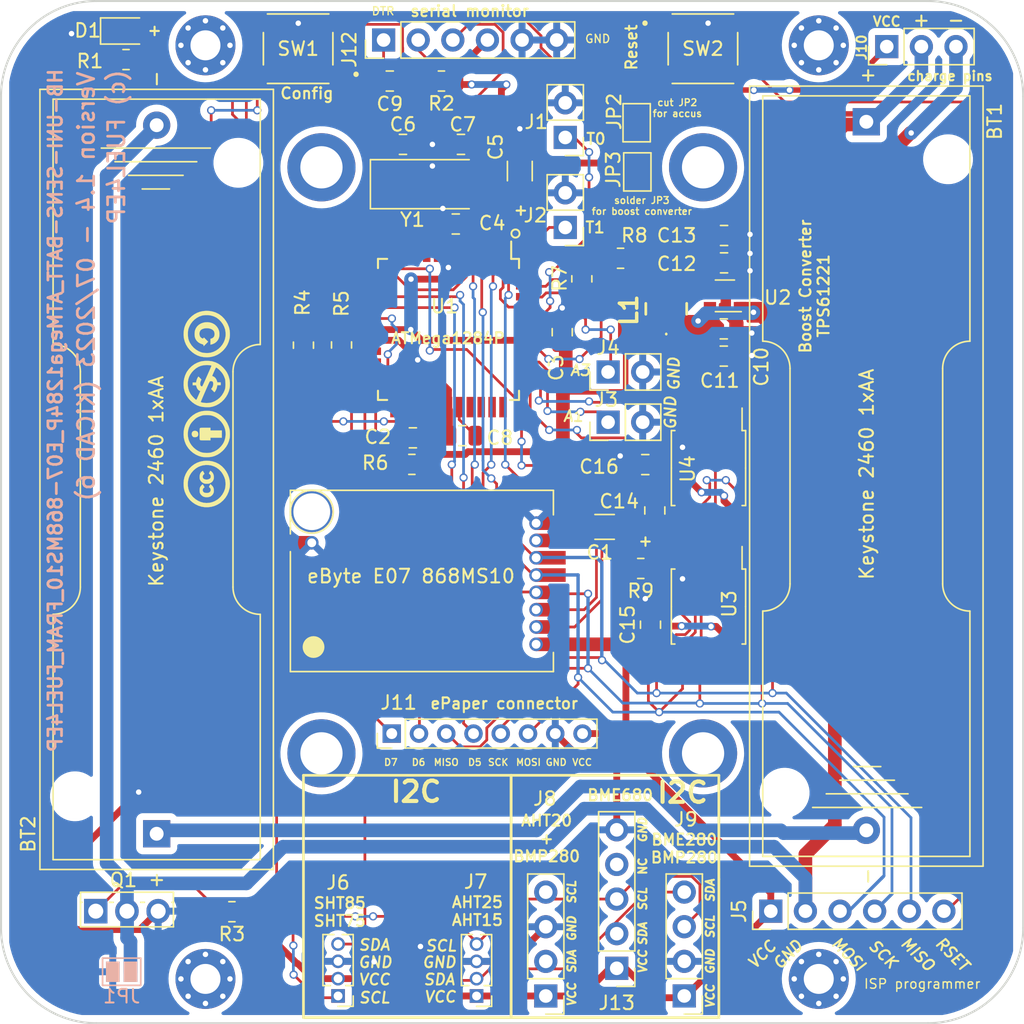
<source format=kicad_pcb>
(kicad_pcb (version 20211014) (generator pcbnew)
  (title_block (title "HB-UNI-SEN-BATT_ATMega1284P_E07-868MS10_FRAM_FUEL4EP") (date "2023-08-15") (rev "1.4") (company "FUEL4EP"))
  (layers (0 "F.Cu" signal) (31 "B.Cu" signal) (34 "B.Paste" user) (35 "F.Paste" user) (36 "B.SilkS" user "B.Silkscreen") (37 "F.SilkS" user "F.Silkscreen") (38 "B.Mask" user) (39 "F.Mask" user) (44 "Edge.Cuts" user))
  (net 0 "")
  (net 1 "GND")
  (net 2 "Net-(D1-Pad2)")
  (net 3 "/SS")
  (net 4 "/D2")
  (net 5 "/SCL")
  (net 6 "/SDA")
  (net 7 "/A0")
  (net 8 "/A1")
  (net 9 "/A2")
  (net 10 "/A3")
  (net 11 "/MOSI")
  (net 12 "/SCK")
  (net 13 "/MISO")
  (net 14 "Net-(Q1-Pad1)")
  (net 15 "VCC")
  (net 17 "/minusBAT")
  (net 18 "/plusBAT")
  (net 20 "/D5")
  (net 21 "/D6")
  (net 22 "/D7")
  (net 23 "/CONFIG")
  (net 24 "Net-(C6-Pad1)")
  (net 25 "Net-(C7-Pad1)")
  (net 26 "Net-(C8-Pad1)")
  (net 27 "/DTR")
  (net 28 "/RSETB")
  (net 29 "/RXD0")
  (net 30 "/TXD0")
  (net 31 "Net-(R1-Pad1)")
  (net 42 "Net-(L1-Pad2)")
  (net 43 "/Vout")
  (net 44 "/VAVCC")
  (net 45 "/PB1_T1")
  (net 46 "/PB0_T0")
  (net 47 "/conBAT")
  (net 48 "/PA2")
  (net 49 "/PA3")
  (net 51 "/~{hold}")
  (footprint "LED_SMD:LED_0805_2012Metric_Pad1.15x1.40mm_HandSolder" (layer "F.Cu") (at 9.1635 2.2005)
    (fp_text reference "D1")
    (fp_text value "LED red 3mm")
  )
  (footprint "Connector_PinHeader_2.54mm:PinHeader_1x02_P2.54mm_Vertical" (layer "F.Cu") (at 44.542 30.9025 90)
    (fp_text reference "J3")
    (fp_text value "Conn_01x02")
  )
  (footprint "Connector_PinHeader_2.54mm:PinHeader_1x02_P2.54mm_Vertical" (layer "F.Cu") (at 44.542 27.2195 90)
    (fp_text reference "J4")
    (fp_text value "Conn_01x02")
  )
  (footprint "Connector_PinHeader_2.54mm:PinHeader_1x06_P2.54mm_Vertical" (layer "F.Cu") (at 56.48 66.78 90)
    (fp_text reference "J5")
    (fp_text value "ISP Programmer")
  )
  (footprint "Capacitor_SMD:C_1206_3216Metric_Pad1.33x1.80mm_HandSolder" (layer "F.Cu") (at 44.288 38.586 180)
    (fp_text reference "C1")
    (fp_text value "10uF")
  )
  (footprint "Resistor_SMD:R_0805_2012Metric_Pad1.20x1.40mm_HandSolder" (layer "F.Cu") (at 22.19 25.251 -90)
    (fp_text reference "R4")
    (fp_text value "10K")
  )
  (footprint "Resistor_SMD:R_0805_2012Metric_Pad1.20x1.40mm_HandSolder" (layer "F.Cu") (at 24.984 25.235 -90)
    (fp_text reference "R5")
    (fp_text value "10K")
  )
  (footprint "Resistor_SMD:R_0805_2012Metric_Pad1.20x1.40mm_HandSolder" (layer "F.Cu") (at 9.1725 4.296)
    (fp_text reference "R1")
    (fp_text value "470")
  )
  (footprint "Resistor_SMD:R_0805_2012Metric_Pad1.20x1.40mm_HandSolder" (layer "F.Cu") (at 16.9416 66.8181 180)
    (fp_text reference "R3")
    (fp_text value "100K")
  )
  (footprint "Package_TO_SOT_THT:TO-251-3_Vertical" (layer "F.Cu") (at 6.95 66.78)
    (fp_text reference "Q1")
    (fp_text value "IRLU024N")
  )
  (footprint "Connector_PinHeader_2.54mm:PinHeader_1x03_P2.54mm_Vertical" (layer "F.Cu") (at 64.989 3.3435 90)
    (fp_text reference "J10")
    (fp_text value "charge")
  )
  (footprint "FUEL4EP:SolderJumper-2_P1.3mm_Open_Pad1.0x1.5mm" (layer "F.Cu") (at 8.85 71.225 180)
    (fp_text reference "JP1")
    (fp_text value "NO")
  )
  (footprint "FUEL4EP:eByte_E07-868MS10" (layer "F.Cu") (at 40.53 49.2 180)
    (fp_text reference "Module1" hide)
    (fp_text value "E07-868MS10")
  )
  (footprint "Jumper:SolderJumper-2_P1.3mm_Bridged_Pad1.0x1.5mm" (layer "F.Cu") (at 46.6375 8.9315 -90)
    (fp_text reference "JP2")
    (fp_text value "cut for accus" hide)
  )
  (footprint "Connector_PinHeader_2.54mm:PinHeader_1x04_P2.54mm_Vertical" (layer "F.Cu") (at 39.97 73.003 180)
    (fp_text reference "J8")
    (fp_text value "AHT20+BMP280")
  )
  (footprint "FUEL4EP:MountingHole_2.2mm_M2_Pad_Via" (layer "F.Cu") (at 60 3.25)
    (fp_text reference "H2" hide)
    (fp_text value "MountingHole")
  )
  (footprint "FUEL4EP:MountingHole_2.2mm_M2_Pad_Via" (layer "F.Cu") (at 60 71.75)
    (fp_text reference "H4" hide)
    (fp_text value "MountingHole")
  )
  (footprint "FUEL4EP:MountingHole_2.2mm_M2_Pad_Via" (layer "F.Cu") (at 15 3.25)
    (fp_text reference "H1" hide)
    (fp_text value "MountingHole")
  )
  (footprint "FUEL4EP:MountingHole_2.2mm_M2_Pad_Via" (layer "F.Cu") (at 15 71.75)
    (fp_text reference "H3" hide)
    (fp_text value "MountingHole")
  )
  (footprint "FUEL4EP:BatteryHolder_Keystone_2460_1xAA" (layer "F.Cu") (at 11.42 61.1 90)
    (fp_text reference "BT2")
    (fp_text value "AA")
  )
  (footprint "Capacitor_SMD:C_0805_2012Metric" (layer "F.Cu") (at 30.2189 32.05 180)
    (fp_text reference "C2")
    (fp_text value "100n")
  )
  (footprint "Capacitor_SMD:C_0805_2012Metric" (layer "F.Cu") (at 33.366 16.361 180)
    (fp_text reference "C4")
    (fp_text value "100n")
  )
  (footprint "Capacitor_SMD:C_0805_2012Metric" (layer "F.Cu") (at 29.4925 10.519)
    (fp_text reference "C6")
    (fp_text value "22p")
  )
  (footprint "Capacitor_SMD:C_0805_2012Metric" (layer "F.Cu") (at 33.8511 31.8931 180)
    (fp_text reference "C8")
    (fp_text value "100n")
  )
  (footprint "Connector_PinHeader_2.54mm:PinHeader_1x06_P2.54mm_Vertical" (layer "F.Cu") (at 28.0701 2.8609 90)
    (fp_text reference "J12")
    (fp_text value "FTDI Debuger")
  )
  (footprint "Resistor_SMD:R_0805_2012Metric_Pad1.20x1.40mm_HandSolder" (layer "F.Cu") (at 32.3152 5.8708 180)
    (fp_text reference "R2")
    (fp_text value "10k")
  )
  (footprint "Resistor_SMD:R_0805_2012Metric_Pad1.20x1.40mm_HandSolder" (layer "F.Cu") (at 30.1435 34 180)
    (fp_text reference "R6")
    (fp_text value "22")
  )
  (footprint "FUEL4EP:Crystal_SMD_5032-2Pin_5.0x3.2mm_HandSoldering" (layer "F.Cu") (at 31.6515 13.44)
    (fp_text reference "Y1")
    (fp_text value "8MHz")
  )
  (footprint "Capacitor_SMD:C_1206_3216Metric_Pad1.33x1.80mm_HandSolder" (layer "F.Cu") (at 38.065 12.4752 90)
    (fp_text reference "C5")
    (fp_text value "10u")
  )
  (footprint "FUEL4EP:SW_TS-1187A-B-A-B" (layer "F.Cu") (at 51.5 3.5)
    (fp_text reference "SW2")
    (fp_text value "Reset button")
  )
  (footprint "FUEL4EP:SW_TS-1187A-B-A-B" (layer "F.Cu") (at 21.8 3.5 180)
    (fp_text reference "SW1")
    (fp_text value "Config button")
  )
  (footprint "FUEL4EP:BatteryHolder_Keystone_2460_1xAA" (layer "F.Cu") (at 63.49 8.86 -90)
    (fp_text reference "BT1")
    (fp_text value "AA")
  )
  (footprint "FUEL4EP:CC-BY-ND-SA" (layer "F.Cu") (at 15.078 29.95 90)
    (fp_text reference "LOGO1" hide)
    (fp_text value "Logo_Open_Hardware_Small" hide)
  )
  (footprint "FUEL4EP:PinPads_1x08_P2.00mm_Vertical" (layer "F.Cu") (at 28.667 53.75 90)
    (fp_text reference "J11")
    (fp_text value "ePaper connector")
  )
  (footprint "Capacitor_SMD:C_0805_2012Metric" (layer "F.Cu") (at 53.03068 26.05364)
    (fp_text reference "C11")
    (fp_text value "10u")
  )
  (footprint "Capacitor_SMD:C_0805_2012Metric" (layer "F.Cu") (at 53.051 19.21088)
    (fp_text reference "C12")
    (fp_text value "10u")
  )
  (footprint "Capacitor_SMD:C_0805_2012Metric" (layer "F.Cu") (at 53.051 17.20428)
    (fp_text reference "C13")
    (fp_text value "10u")
  )
  (footprint "Jumper:SolderJumper-2_P1.3mm_Open_Pad1.0x1.5mm" (layer "F.Cu") (at 46.6883 12.5383 90)
    (fp_text reference "JP3")
    (fp_text value "step-up supply")
  )
  (footprint "FUEL4EP:FUEL4EP_Inductor_SMD_1" (layer "F.Cu") (at 48.8092 22.584 90)
    (fp_text reference "L1")
    (fp_text value "4.7u" hide)
  )
  (footprint "Package_TO_SOT_SMD:Texas_R-PDSO-G6" (layer "F.Cu") (at 53.1145 21.6315 180)
    (fp_text reference "U2")
    (fp_text value "TPS61221DCK")
  )
  (footprint "Resistor_SMD:R_0805_2012Metric_Pad1.20x1.40mm_HandSolder" (layer "F.Cu") (at 45.4564 18.8756 180)
    (fp_text reference "R8")
    (fp_text value "47k")
  )
  (footprint "Resistor_SMD:R_0805_2012Metric_Pad1.20x1.40mm_HandSolder" (layer "F.Cu") (at 42.61668 20.38436 90)
    (fp_text reference "R7")
    (fp_text value "100k")
  )
  (footprint "Connector_PinHeader_2.54mm:PinHeader_1x02_P2.54mm_Vertical" (layer "F.Cu") (at 41.4 10.011 180)
    (fp_text reference "J1")
    (fp_text value "Conn_01x02")
  )
  (footprint "Connector_PinHeader_1.27mm:PinHeader_1x04_P1.27mm_Vertical" (layer "F.Cu") (at 24.73 73 180)
    (fp_text reference "J6")
    (fp_text value "SHT85")
  )
  (footprint "Capacitor_SMD:C_0805_2012Metric" (layer "F.Cu") (at 28.5248 5.8708 180)
    (fp_text reference "C9")
    (fp_text value "100n")
  )
  (footprint "Capacitor_SMD:C_0805_2012Metric" (layer "F.Cu") (at 33.747 10.519 180)
    (fp_text reference "C7")
    (fp_text value "22p")
  )
  (footprint "Package_QFP:TQFP-44_10x10mm_P0.8mm" (layer "F.Cu") (at 32.8326 24.0953 -90)
    (fp_text reference "U1")
    (fp_text value "ATmega1284P-AU")
  )
  (footprint "Capacitor_SMD:C_0805_2012Metric" (layer "F.Cu") (at 41.1765 24.2985 90)
    (fp_text reference "C3")
    (fp_text value "100n")
  )
  (footprint "Connector_PinHeader_2.54mm:PinHeader_1x02_P2.54mm_Vertical" (layer "F.Cu") (at 41.4 16.615 180)
    (fp_text reference "J2")
    (fp_text value "Conn_01x02")
  )
  (footprint "Connector_PinHeader_2.54mm:PinHeader_1x04_P2.54mm_Vertical" (layer "F.Cu") (at 50.13 73 180)
    (fp_text reference "J9")
    (fp_text value "BME280/BMP280")
  )
  (footprint "FUEL4EP:ePaper_MountingHole_M5" (layer "F.Cu") (at 23.5108 12.2)
    (fp_text reference "H5" hide)
    (fp_text value "MountingHole")
  )
  (footprint "FUEL4EP:ePaper_MountingHole_M5" (layer "F.Cu") (at 23.5108 55.2)
    (fp_text reference "H6" hide)
    (fp_text value "MountingHole")
  )
  (footprint "FUEL4EP:ePaper_MountingHole_M5" (layer "F.Cu") (at 51.5108 12.2)
    (fp_text reference "H7" hide)
    (fp_text value "MountingHole")
  )
  (footprint "FUEL4EP:ePaper_MountingHole_M5" (layer "F.Cu") (at 51.5108 55.2)
    (fp_text reference "H8" hide)
    (fp_text value "MountingHole")
  )
  (footprint "FUEL4EP:SOP-8_5.28x5.23mm_P1.27mm" (layer "F.Cu") (at 51.908 44.428 -90)
    (fp_text reference "U3")
    (fp_text value "MB85RS2MTPF")
  )
  (footprint "FUEL4EP:SOP-8_5.28x5.23mm_P1.27mm" (layer "F.Cu") (at 51.908 34.268 -90)
    (fp_text reference "U4")
    (fp_text value "MB85RS2MTPF")
  )
  (footprint "Resistor_SMD:R_0805_2012Metric_Pad1.20x1.40mm_HandSolder" (layer "F.Cu") (at 46.939 41.634 180)
    (fp_text reference "R9")
    (fp_text value "100k")
  )
  (footprint "Capacitor_SMD:C_0805_2012Metric" (layer "F.Cu") (at 47.971 37.3795 90)
    (fp_text reference "C14")
    (fp_text value "1u")
  )
  (footprint "Capacitor_SMD:C_0805_2012Metric" (layer "F.Cu") (at 47.6535 45.7615 90)
    (fp_text reference "C15")
    (fp_text value "1u")
  )
  (footprint "Capacitor_SMD:C_0805_2012Metric" (layer "F.Cu") (at 53.03068 24.0572)
    (fp_text reference "C10")
    (fp_text value "10u")
  )
  (footprint "Connector_PinHeader_1.27mm:PinHeader_1x04_P1.27mm_Vertical" (layer "F.Cu") (at 34.89 73.003 180)
    (fp_text reference "J7")
    (fp_text value "AHT25")
  )
  (footprint "Connector_PinHeader_2.54mm:PinHeader_1x05_P2.54mm_Vertical" (layer "F.Cu") (at 45.177 70.971 180)
    (fp_text reference "J13")
    (fp_text value "BME680")
  )
  (footprint "Capacitor_SMD:C_0805_2012Metric" (layer "F.Cu") (at 47.27 34.014 180)
    (fp_text reference "C16")
    (fp_text value "1u")
  )
  (gr_line (start 37.43 74.5905) (end 37.43 56.8105) (layer "F.SilkS") (width 0.2))
  (gr_line (start 22.19 56.8105) (end 22.19 74.5905) (layer "F.SilkS") (width 0.2))
  (gr_line (start 37.43 56.8105) (end 22.19 56.8105) (layer "F.SilkS") (width 0.2))
  (gr_line (start 37.43 74.5905) (end 52.67 74.5905) (layer "F.SilkS") (width 0.2))
  (gr_line (start 22.19 74.5905) (end 37.43 74.5905) (layer "F.SilkS") (width 0.2))
  (gr_line (start 52.67 56.8105) (end 52.67 64.4305) (layer "F.SilkS") (width 0.2))
  (gr_line (start 52.67 64.4305) (end 52.67 74.5905) (layer "F.SilkS") (width 0.2))
  (gr_circle (center 37.7475 17.0595) (end 38.0475 17.0595) (layer "F.SilkS") (width 0.14) (fill none))
  (gr_line (start 52.67 56.8105) (end 37.43 56.8105) (layer "F.SilkS") (width 0.2))
  (gr_line (start 37.43 56.8105) (end 37.43 74.5905) (layer "F.SilkS") (width 0.2))
  (gr_arc (start 75 68) (mid 72.949747 72.949747) (end 68 75) (layer "Edge.Cuts") (width 0.15))
  (gr_line (start 7 75) (end 68 75) (layer "Edge.Cuts") (width 0.15))
  (gr_line (start 23.25 0) (end 41.5 0) (layer "Edge.Cuts") (width 0.15))
  (gr_line (start 7 0) (end 23 0) (layer "Edge.Cuts") (width 0.15))
  (gr_line (start 23 0) (end 23.25 0) (layer "Edge.Cuts") (width 0.15))
  (gr_line (start 41.5 0) (end 68 0) (layer "Edge.Cuts") (width 0.15))
  (gr_line (start 0 7) (end 0 68) (layer "Edge.Cuts") (width 0.15))
  (gr_arc (start 68 0) (mid 72.949747 2.050253) (end 75 7) (layer "Edge.Cuts") (width 0.15))
  (gr_line (start 75 68) (end 75 7) (layer "Edge.Cuts") (width 0.15))
  (gr_arc (start 7 75) (mid 2.050253 72.949747) (end 0 68) (layer "Edge.Cuts") (width 0.15))
  (gr_arc (start 0 7) (mid 2.050253 2.050253) (end 7 0) (layer "Edge.Cuts") (width 0.15))
  (gr_text "(c) FUEL4EP\n" (at 8.474 4.931 90) (layer "B.SilkS") (effects (font (size 1.2 1.2) (thickness 0.2)) (justify left mirror)))
  (gr_text "HB-UNI-SENS-BATT_ATMega1284P_E07-868MS10_FRAM_FUEL4EP\n\n" (at 4.791 4.8675 90) (layer "B.SilkS") (effects (font (size 1 1) (thickness 0.2)) (justify left mirror)))
  (gr_text "Version 1.4 - 07/2023 (KiCAD 6)\n" (at 6.2515 5.058 90) (layer "B.SilkS") (effects (font (size 1.2 1.2) (thickness 0.2)) (justify left mirror)))
  (gr_text "VCC" (at 32.223 73.0665) (layer "F.SilkS") (effects (font (size 0.8 0.8) (thickness 0.15) italic)))
  (gr_text "GND" (at 32.1595 70.5265) (layer "F.SilkS") (effects (font (size 0.8 0.8) (thickness 0.15) italic)))
  (gr_text "SCL" (at 32.2865 69.32) (layer "F.SilkS") (effects (font (size 0.8 0.8) (thickness 0.15) italic)))
  (gr_text "SDA" (at 32.1595 71.7965) (layer "F.SilkS") (effects (font (size 0.8 0.8) (thickness 0.15) italic)))
  (gr_text "SDA" (at 41.875 70.463 90) (layer "F.SilkS") (effects (font (size 0.6 0.6) (thickness 0.15) italic)))
  (gr_text "SCL" (at 41.875 65.383 90) (layer "F.SilkS") (effects (font (size 0.6 0.6) (thickness 0.15) italic)))
  (gr_text "GND" (at 41.875 68.05 90) (layer "F.SilkS") (effects (font (size 0.6 0.6) (thickness 0.15) italic)))
  (gr_text "solder JP3\nfor boost converter" (at 47.0185 15.0275) (layer "F.SilkS") (effects (font (size 0.5 0.5) (thickness 0.1))))
  (gr_text "SCL" (at 27.397 73.13) (layer "F.SilkS") (effects (font (size 0.8 0.8) (thickness 0.15) italic)))
  (gr_text "SDA" (at 52.035 65.256 90) (layer "F.SilkS") (effects (font (size 0.6 0.6) (thickness 0.15) italic)))
  (gr_text "GND" (at 47.082 60.811 90) (layer "F.SilkS") (effects (font (size 0.6 0.6) (thickness 0.15) italic)))
  (gr_text "SCL" (at 47.082 65.891 90) (layer "F.SilkS") (effects (font (size 0.6 0.6) (thickness 0.15) italic)))
  (gr_text "SDA" (at 47.082 68.431 90) (layer "F.SilkS") (effects (font (size 0.6 0.6) (thickness 0.15) italic)))
  (gr_text "VCC" (at 47.082 70.463 90) (layer "F.SilkS") (effects (font (size 0.6 0.6) (thickness 0.15) italic)))
  (gr_text "BME280\nBMP280\n\n" (at 50.13 62.843) (layer "F.SilkS") (effects (font (size 0.8128 0.8128) (thickness 0.1524))))
  (gr_text "D5" (at 34.763 55.858) (layer "F.SilkS") (effects (font (size 0.5 0.5) (thickness 0.1))))
  (gr_text "SCK" (at 64.735 69.955 315) (layer "F.SilkS") (effects (font (size 0.8 0.8) (thickness 0.15) italic)))
  (gr_text "Boost Converter" (at 59.02 20.933 90) (layer "F.SilkS") (effects (font (size 0.8128 0.8128) (thickness 0.1524))))
  (gr_text "GND" (at 27.4605 70.5265) (layer "F.SilkS") (effects (font (size 0.8 0.8) (thickness 0.15) italic)))
  (gr_text "ATMega1284P" (at 32.7945 24.743) (layer "F.SilkS") (effects (font (size 0.8128 0.8128) (thickness 0.1524))))
  (gr_text "VCC" (at 64.989 1.502) (layer "F.SilkS") (effects (font (size 0.7 0.7))))
  (gr_text "AHT20\n+\nBMP280\n" (at 40.0335 61.446) (layer "F.SilkS") (effects (font (size 0.8128 0.8128) (thickness 0.1524))))
  (gr_text "GND\n" (at 43.78 2.772) (layer "F.SilkS") (effects (font (size 0.6 0.6) (thickness 0.1))))
  (gr_text "GND" (at 49.114 30.204 90) (layer "F.SilkS") (effects (font (size 0.8 0.8) (thickness 0.15) italic)))
  (gr_text "VCC" (at 42.637 55.858) (layer "F.SilkS") (effects (font (size 0.5 0.5) (thickness 0.1))))
  (gr_text "VCC" (at 55.845 69.955 45) (layer "F.SilkS") (effects (font (size 0.8 0.8) (thickness 0.15) italic)))
  (gr_text "BME680" (at 45.431 58.271) (layer "F.SilkS") (effects (font (size 0.8128 0.8128) (thickness 0.1524))))
  (gr_text "I2C" (at 50.003 58.0805) (layer "F.SilkS") (effects (font (size 1.5 1.5) (thickness 0.3))))
  (gr_text "ePaper connector" (at 36.922 51.54) (layer "F.SilkS") (effects (font (size 0.8128 0.8128) (thickness 0.1524))))
  (gr_text "T0\n\n" (at 43.653 10.773) (layer "F.SilkS") (effects (font (size 0.8128 0.8128) (thickness 0.1524))))
  (gr_text "MOSI" (at 38.7 55.858) (layer "F.SilkS") (effects (font (size 0.5 0.5) (thickness 0.1))))
  (gr_text "+" (at 11.268 2.137) (layer "F.SilkS") (effects (font (size 0.8128 0.8128) (thickness 0.1524))))
  (gr_text "SHT85\nSHT75\n" (at 24.857 66.8435) (layer "F.SilkS") (effects (font (size 0.8128 0.8128) (thickness 0.1524))))
  (gr_text "-\n" (at 70.069 1.375) (layer "F.SilkS") (effects (font (size 1 1))))
  (gr_text "SCK" (at 36.4775 55.858) (layer "F.SilkS") (effects (font (size 0.5 0.5) (thickness 0.1))))
  (gr_text "A3" (at 42.51 27.0925) (layer "F.SilkS") (effects (font (size 0.8 0.8) (thickness 0.15) italic)))
  (gr_text "+" (at 47.2852 39.602) (layer "F.SilkS") (effects (font (size 0.8128 0.8128) (thickness 0.1524))))
  (gr_text "Reset" (at 46.2565 3.407 90) (layer "F.SilkS") (effects (font (size 0.8128 0.8128) (thickness 0.1524))))
  (gr_text "+\n" (at 67.529 1.375) (layer "F.SilkS") (effects (font (size 1 1))))
  (gr_text "charge pins" (at 69.6245 5.5025) (layer "F.SilkS") (effects (font (size 0.7 0.7))))
  (gr_text "AHT25\nAHT15\n" (at 34.9535 66.78) (layer "F.SilkS") (effects (font (size 0.8128 0.8128) (thickness 0.1524))))
  (gr_text "A1" (at 42.002 30.458) (layer "F.SilkS") (effects (font (size 0.8 0.8) (thickness 0.15) italic)))
  (gr_text "+" (at 38.1412 15.3196) (layer "F.SilkS") (effects (font (size 0.8128 0.8128) (thickness 0.1524))))
  (gr_text "I2C" (at 30.445 58.017) (layer "F.SilkS") (effects (font (size 1.5 1.5) (thickness 0.3))))
  (gr_text "GND" (at 52.035 70.463 90) (layer "F.SilkS") (effects (font (size 0.6 0.6) (thickness 0.15) italic)))
  (gr_text "Config\n" (at 22.444 6.7725) (layer "F.SilkS") (effects (font (size 0.8128 0.8128) (thickness 0.1524))))
  (gr_text "GND" (at 40.732 55.858) (layer "F.SilkS") (effects (font (size 0.5 0.5) (thickness 0.1))))
  (gr_text "TPS61221" (at 60.3535 21.6315 90) (layer "F.SilkS") (effects (font (size 0.8128 0.8128) (thickness 0.1524))))
  (gr_text "serial monitor" (at 34.382 0.74) (layer "F.SilkS") (effects (font (size 0.8128 0.8128) (thickness 0.1524))))
  (gr_text "VCC" (at 27.397 71.7965) (layer "F.SilkS") (effects (font (size 0.8 0.8) (thickness 0.15) italic)))
  (gr_text "D7" (at 28.6035 55.858) (layer "F.SilkS") (effects (font (size 0.5 0.5) (thickness 0.1))))
  (gr_text "MOSI" (at 62.195 69.955 315) (layer "F.SilkS") (effects (font (size 0.8 0.8) (thickness 0.15) italic)))
  (gr_text "SDA" (at 27.397 69.2565) (layer "F.SilkS") (effects (font (size 0.8 0.8) (thickness 0.15) italic)))
  (gr_text "cut JP2\nfor accus" (at 49.622 7.852) (layer "F.SilkS") (effects (font (size 0.5 0.5) (thickness 0.1))))
  (gr_text "T1\n" (at 43.5895 16.615) (layer "F.SilkS") (effects (font (size 0.8128 0.8128) (thickness 0.1524))))
  (gr_text "VCC" (at 52.035 73.003 90) (layer "F.SilkS") (effects (font (size 0.6 0.6) (thickness 0.15) italic)))
  (gr_text "GND" (at 57.75 69.955 45) (layer "F.SilkS") (effects (font (size 0.8 0.8) (thickness 0.15) italic)))
  (gr_text "MISO" (at 67.275 69.955 315) (layer "F.SilkS") (effects (font (size 0.8 0.8) (thickness 0.15) italic)))
  (gr_text "D6" (at 30.6355 55.858) (layer "F.SilkS") (effects (font (size 0.5 0.5) (thickness 0.1))))
  (gr_text "DTR" (at 28.032 0.74) (layer "F.SilkS") (effects (font (size 0.6 0.6) (thickness 0.1))))
  (gr_text "ISP programmer" (at 67.5925 72.114) (layer "F.SilkS") (effects (font (size 0.7 0.7) (thickness 0.1))))
  (gr_text "VCC" (at 41.875 72.876 90) (layer "F.SilkS") (effects (font (size 0.6 0.6) (thickness 0.15) italic)))
  (gr_text "GND" (at 49.368 27.3465 90) (layer "F.SilkS") (effects (font (size 0.8 0.8) (thickness 0.15) italic)))
  (gr_text "SCL" (at 52.035 67.923 90) (layer "F.SilkS") (effects (font (size 0.6 0.6) (thickness 0.15) italic)))
  (gr_text "NC" (at 47.082 63.478 90) (layer "F.SilkS") (effects (font (size 0.6 0.6))))
  (gr_text "MISO" (at 32.6675 55.858) (layer "F.SilkS") (effects (font (size 0.5 0.5) (thickness 0.1))))
  (gr_text "RSET" (at 69.815 69.955 315) (layer "F.SilkS") (effects (font (size 0.8 0.8) (thickness 0.15) italic)))
  (segment (start 42.521 55.604) (end 40.667 53.75) (width 0.5) (layer "F.Cu") (net 1))
  (segment (start 31.588 10.519) (end 31.6515 10.519) (width 0.5) (layer "F.Cu") (net 1))
  (segment (start 5.3625 2.2005) (end 5.172 2.391) (width 0.5) (layer "F.Cu") (net 1))
  (segment (start 54.5 1.625) (end 51.8786 1.625) (width 0.5) (layer "F.Cu") (net 1))
  (segment (start 38.065 10.9127) (end 38.065 9.376) (width 0.5) (layer "F.Cu") (net 1))
  (segment (start 32.416 16.361) (end 32.416 15.2205) (width 0.5) (layer "F.Cu") (net 1))
  (segment (start 54.956 18.52) (end 54.321 19.155) (width 0.5) (layer "F.Cu") (net 1))
  (segment (start 24.73 70.46) (end 27.3432 70.46) (width 0.5) (layer "F.Cu") (net 1))
  (segment (start 52.924 21.63724) (end 52.924 22.965) (width 0.2) (layer "F.Cu") (net 1))
  (segment (start 30.56315 26.32165) (end 30.572 26.3305) (width 0.5) (layer "F.Cu") (net 1))
  (segment (start 54.448 24.362) (end 54.194 24.108) (width 0.5) (layer "F.Cu") (net 1))
  (segment (start 52.924 22.965) (end 54.067 24.108) (width 0.2) (layer "F.Cu") (net 1))
  (segment (start 3.648 64.494) (end 10.0996 58.0424) (width 0.5) (layer "F.Cu") (net 1))
  (segment (start 32.8326 18.3953) (end 32.8326 16.7801) (width 0.5) (layer "F.Cu") (net 1))
  (segment (start 54.956 19.79) (end 54.321 19.155) (width 0.5) (layer "F.Cu") (net 1))
  (segment (start 27.3432 70.46) (end 27.3716 70.4884) (width 0.5) (layer "F.Cu") (net 1))
  (segment (start 53.58228 20.97896) (end 52.924 21.63724) (width 0.2) (layer "F.Cu") (net 1))
  (segment (start 46.32 34.739) (end 47.844 36.263) (width 0.5) (layer "F.Cu") (net 1))
  (segment (start 3.648 66.6276) (end 3.648 64.494) (width 0.5) (layer "F.Cu") (net 1))
  (segment (start 55.083 24.362) (end 54.448 24.362) (width 0.5) (layer "F.Cu") (net 1))
  (segment (start 54.23228 20.97896) (end 53.58228 20.97896) (width 0.2) (layer "F.Cu") (net 1))
  (segment (start 45.177 55.6294) (end 45.1516 55.604) (width 0.5) (layer "F.Cu") (net 1))
  (segment (start 50.003 40.828) (end 50.003 42.396) (width 0.5) (layer "F.Cu") (net 1))
  (segment (start 21.813 1.625) (end 21.809 1.629) (width 0.5) (layer "F.Cu") (net 1))
  (segment (start 47.6535 44.2375) (end 47.2725 43.8565) (width 0.5) (layer "F.Cu") (net 1))
  (segment (start 10.18 68.13) (end 5.1504 68.13) (width 0.5) (layer "F.Cu") (net 1))
  (segment (start 38.5326 24.0953) (end 40.5542 24.0953) (width 0.5) (layer "F.Cu") (net 1))
  (segment (start 30.4425 10.519) (end 31.588 10.519) (width 0.5) (layer "F.Cu") (net 1))
  (segment (start 32.8326 16.7801) (end 32.477 16.4245) (width 0.5) (layer "F.Cu") (net 1))
  (segment (start 54.956 17.123) (end 53.94 17.123) (width 0.5) (layer "F.Cu") (net 1))
  (segment (start 5.1504 68.13) (end 3.648 66.6276) (width 0.5) (layer "F.Cu") (net 1))
  (segment (start 45.177 60.811) (end 45.177 55.6294) (width 0.5) (layer "F.Cu") (net 1))
  (segment (start 32.8326 28.5453) (end 30.56315 26.27585) (width 0.5) (layer "F.Cu") (net 1))
  (segment (start 30.56315 26.27585) (end 30.56315 26.32165) (width 0.5) (layer "F.Cu") (net 1))
  (segment (start 34.89 70.463) (end 31.8674 70.463) (width 0.5) (layer "F.Cu") (net 1))
  (segment (start 45.1516 55.604) (end 42.521 55.604) (width 0.5) (layer "F.Cu") (net 1))
  (segment (start 32.8326 19.542124) (end 32.822962 19.551762) (width 0.5) (layer "F.Cu") (net 1))
  (segment (start 32.9011 31.8931) (end 32.9011 29.9931) (width 0.5) (layer "F.Cu") (net 1))
  (segment (start 31.588 10.519) (end 32.7945 10.519) (width 0.5) (layer "F.Cu") (net 1))
  (segment (start 8.1385 2.2005) (end 5.3625 2.2005) (width 0.5) (layer "F.Cu") (net 1))
  (segment (start 41.1765 23.3485) (end 41.1765 22.5205) (width 0.5) (layer "F.Cu") (net 1))
  (segment (start 11.53 66.78) (end 10.18 68.13) (width 0.5) (layer "F.Cu") (net 1))
  (segment (start 40.345 38.31) (end 42.7928 38.31) (width 1) (layer "F.Cu") (net 1))
  (segment (start 55.083 26.013) (end 54.067 26.013) (width 0.5) (layer "F.Cu") (net 1))
  (segment (start 54.2702 24.1588) (end 54.33116 24.21976) (width 0.4) (layer "F.Cu") (net 1))
  (segment (start 32.8326 18.3953) (end 32.8326 19.542124) (width 0.5) (layer "F.Cu") (net 1))
  (segment (start 34.89 70.463) (end 37.43 70.463) (width 0.5) (layer "F.Cu") (net 1))
  (segment (start 40.5542 24.0953) (end 41.1765 23.473) (width 0.5) (layer "F.Cu") (net 1))
  (segment (start 51.8786 1.625) (end 48.4322 1.625) (width 0.5) (layer "F.Cu") (net 1))
  (segment (start 50.003 31.176) (end 50.003 32.744) (width 0.5) (layer "F.Cu") (net 1))
  (segment (start 47.6535 44.8115) (end 47.6535 44.2375) (width 0.5) (layer "F.Cu") (net 1))
  (segment (start 18.7963 1.625) (end 21.813 1.625) (width 0.5) (layer "F.Cu") (net 1))
  (segment (start 46.32 34.014) (end 46.066 34.014) (width 0.5) (layer "F.Cu") (net 1))
  (segment (start 31.8674 70.463) (end 30.7752 69.3708) (width 0.5) (layer "F.Cu") (net 1))
  (segment (start 46.066 34.014) (end 45.431 33.379) (width 0.5) (layer "F.Cu") (net 1))
  (segment (start 54.001 19.21088) (end 54.001 20.74) (width 0.5) (layer "F.Cu") (net 1))
  (segment (start 54.001 17.20428) (end 54.001 19.216) (width 0.5) (layer "F.Cu") (net 1))
  (segment (start 31.6515 10.519) (end 31.6515 12.1065) (width 0.5) (layer "F.Cu") (net 1))
  (segment (start 29.1826 24.8953) (end 27.1326 24.8953) (width 0.5) (layer "F.Cu") (net 1))
  (segment (start 32.9011 31.8931) (end 31.3594 31.8931) (width 0.5) (layer "F.Cu") (net 1))
  (segment (start 46.32 34.014) (end 46.32 34.739) (width 0.5) (layer "F.Cu") (net 1))
  (segment (start 37.43 70.463) (end 39.97 67.923) (width 0.5) (layer "F.Cu") (net 1))
  (segment (start 21.813 1.625) (end 24.853 1.625) (width 0.5) (layer "F.Cu") (net 1))
  (segment (start 32.8326 29.7953) (end 32.8326 28.5453) (width 0.5) (layer "F.Cu") (net 1))
  (segment (start 30.56315 26.27585) (end 29.1826 24.8953) (width 0.5) (layer "F.Cu") (net 1))
  (via (at 30.7752 69.3708) (size 0.6) (drill 0.4) (layers "F.Cu" "B.Cu") (net 1))
  (via (at 50.003 32.744) (size 0.6) (drill 0.4) (layers "F.Cu" "B.Cu") (net 1))
  (via (at 41.1765 22.5205) (size 0.6) (drill 0.4) (layers "F.Cu" "B.Cu") (net 1))
  (via (at 55.083 24.362) (size 1) (drill 0.4) (layers "F.Cu" "B.Cu") (net 1))
  (via (at 51.8786 1.625) (size 0.6) (drill 0.4) (layers "F.Cu" "B.Cu") (net 1))
  (via (at 50.003 42.396) (size 0.6) (drill 0.4) (layers "F.Cu" "B.Cu") (net 1))
  (via (at 54.956 18.52) (size 1) (drill 0.4) (layers "F.Cu" "B.Cu") (net 1))
  (via (at 47.2725 43.8565) (size 0.6) (drill 0.4) (layers "F.Cu" "B.Cu") (net 1))
  (via (at 27.3716 70.4884) (size 0.6) (drill 0.4) (layers "F.Cu" "B.Cu") (net 1))
  (via (at 32.416 15.2205) (size 0.6) (drill 0.4) (layers "F.Cu" "B.Cu") (net 1))
  (via (at 10.0996 58.0424) (size 0.6) (drill 0.4) (layers "F.Cu" "B.Cu") (net 1))
  (via (at 54.956 17.123) (size 1) (drill 0.4) (layers "F.Cu" "B.Cu") (net 1))
  (via (at 32.822962 19.551762) (size 0.6) (drill 0.4) (layers "F.Cu" "B.Cu") (net 1))
  (via (at 54.956 19.79) (size 1) (drill 0.4) (layers "F.Cu" "B.Cu") (net 1))
  (via (at 45.431 33.379) (size 0.6) (drill 0.4) (layers "F.Cu" "B.Cu") (net 1))
  (via (at 31.6515 12.1065) (size 0.6) (drill 0.4) (layers "F.Cu" "B.Cu") (net 1))
  (via (at 38.065 9.376) (size 0.6) (drill 0.4) (layers "F.Cu" "B.Cu") (net 1))
  (via (at 55.083 26.013) (size 1) (drill 0.4) (layers "F.Cu" "B.Cu") (net 1))
  (via (at 21.809 1.629) (size 0.6) (drill 0.4) (layers "F.Cu" "B.Cu") (net 1))
  (via (at 31.6515 10.519) (size 0.6) (drill 0.4) (layers "F.Cu" "B.Cu") (net 1))
  (via (at 5.172 2.391) (size 0.6) (drill 0.4) (layers "F.Cu" "B.Cu") (net 1))
  (via (at 30.572 26.3305) (size 0.6) (drill 0.4) (layers "F.Cu" "B.Cu") (net 1))
  (segment (start 10.1885 2.2005) (end 10.1885 4.169) (width 0.2) (layer "F.Cu") (net 2))
  (segment (start 43.68801 43.759992) (end 43.68801 37.708176) (width 0.2) (layer "F.Cu") (net 3))
  (segment (start 42.788002 44.66) (end 43.68801 43.759992) (width 0.2) (layer "F.Cu") (net 3))
  (segment (start 39.26 44.66) (end 42.788002 44.66) (width 0.2) (layer "F.Cu") (net 3))
  (segment (start 42.470334 36.4905) (end 39.474506 36.4905) (width 0.2) (layer "F.Cu") (net 3))
  (segment (start 39.474506 36.4905) (end 36.998006 34.014) (width 0.2) (layer "F.Cu") (net 3))
  (segment (start 37.5826 20.0953) (end 37.2395 20.4384) (width 0.2) (layer "F.Cu") (net 3))
  (segment (start 43.68801 37.708176) (end 42.470334 36.4905) (width 0.2) (layer "F.Cu") (net 3))
  (segment (start 38.5326 20.0953) (end 37.5826 20.0953) (width 0.2) (layer "F.Cu") (net 3))
  (segment (start 37.2395 20.4384) (end 37.2395 21.568) (width 0.2) (layer "F.Cu") (net 3))
  (via (at 37.2395 21.568) (size 0.6) (drill 0.4) (layers "F.Cu" "B.Cu") (net 3))
  (via (at 36.998006 34.014) (size 0.6) (drill 0.4) (layers "F.Cu" "B.Cu") (net 3))
  (segment (start 36.998006 21.809494) (end 37.2395 21.568) (width 0.2) (layer "B.Cu") (net 3))
  (segment (start 36.998006 34.014) (end 36.998006 21.809494) (width 0.2) (layer "B.Cu") (net 3))
  (segment (start 42.0837 45.93) (end 44.08802 43.925681) (width 0.2) (layer "F.Cu") (net 4))
  (segment (start 31.461 25.5685) (end 31.461 25.6453) (width 0.2) (layer "F.Cu") (net 4))
  (segment (start 40.623033 34.0775) (end 38.192 34.0775) (width 0.2) (layer "F.Cu") (net 4))
  (segment (start 28.8575 19.185202) (end 28.8575 18.393) (width 0.2) (layer "F.Cu") (net 4))
  (segment (start 40.345 45.93) (end 42.0837 45.93) (width 0.2) (layer "F.Cu") (net 4))
  (segment (start 44.08802 43.925681) (end 44.08802 37.542487) (width 0.2) (layer "F.Cu") (net 4))
  (segment (start 38.192 29.589698) (end 34.170802 25.5685) (width 0.2) (layer "F.Cu") (net 4))
  (segment (start 38.192 32.31811) (end 38.192 29.589698) (width 0.2) (layer "F.Cu") (net 4))
  (segment (start 31.461 19.645302) (end 29.3176 19.645302) (width 0.2) (layer "F.Cu") (net 4))
  (segment (start 34.170802 25.5685) (end 31.461 25.5685) (width 0.2) (layer "F.Cu") (net 4))
  (segment (start 44.08802 37.542487) (end 40.623033 34.0775) (width 0.2) (layer "F.Cu") (net 4))
  (segment (start 29.3176 19.645302) (end 28.8575 19.185202) (width 0.2) (layer "F.Cu") (net 4))
  (via (at 31.461 25.6453) (size 0.6) (drill 0.4) (layers "F.Cu" "B.Cu") (net 4))
  (via (at 38.192 32.31811) (size 0.6) (drill 0.4) (layers "F.Cu" "B.Cu") (net 4))
  (via (at 38.192 34.0775) (size 0.6) (drill 0.4) (layers "F.Cu" "B.Cu") (net 4))
  (via (at 31.461 19.645302) (size 0.6) (drill 0.4) (layers "F.Cu" "B.Cu") (net 4))
  (segment (start 31.461 25.6453) (end 31.461 19.645302) (width 0.2) (layer "B.Cu") (net 4))
  (segment (start 38.192 34.0775) (end 38.192 32.31811) (width 0.2) (layer "B.Cu") (net 4))
  (segment (start 27.1326 25.6953) (end 26.022134 25.6953) (width 0.2) (layer "F.Cu") (net 5))
  (segment (start 25.661824 25.33499) (end 23.12201 25.33499) (width 0.2) (layer "F.Cu") (net 5))
  (segment (start 50.13 67.92) (end 51.280001 66.769999) (width 0.2) (layer "F.Cu") (net 5))
  (segment (start 20.2215 65.9545) (end 21.428 67.161) (width 0.2) (layer "F.Cu") (net 5))
  (segment (start 46.838001 64.229999) (end 45.177 65.891) (width 0.2) (layer "F.Cu") (net 5))
  (segment (start 21.428 67.161) (end 21.428 69.32) (width 0.2) (layer "F.Cu") (net 5))
  (segment (start 26.022134 25.6953) (end 25.661824 25.33499) (width 0.2) (layer "F.Cu") (net 5))
  (segment (start 32.985 67.161) (end 34.89 69.066) (width 0.2) (layer "F.Cu") (net 5))
  (segment (start 23.161338 73.13) (end 21.469174 71.437836) (width 0.2) (layer "F.Cu") (net 5))
  (segment (start 24.603 73.13) (end 23.161338 73.13) (width 0.2) (layer "F.Cu") (net 5))
  (segment (start 51.280001 64.827999) (end 50.682001 64.229999) (width 0.2) (layer "F.Cu") (net 5))
  (segment (start 50.682001 64.229999) (end 46.838001 64.229999) (width 0.2) (layer "F.Cu") (net 5))
  (segment (start 45.177 65.891) (end 40.732 65.891) (width 0.2) (layer "F.Cu") (net 5))
  (segment (start 27.2985 67.161) (end 32.985 67.161) (width 0.2) (layer "F.Cu") (net 5))
  (segment (start 22.063 26.14) (end 25.717302 29.794302) (width 0.2) (layer "F.Cu") (net 5))
  (segment (start 21.428 69.32) (end 21.450331 69.297669) (width 0.2) (layer "F.Cu") (net 5))
  (segment (start 21.428 67.161) (end 26 67.161) (width 0.2) (layer "F.Cu") (net 5))
  (segment (start 38.192 65.891) (end 34.89 69.193) (width 0.2) (layer "F.Cu") (net 5))
  (segment (start 51.280001 66.769999) (end 51.280001 64.827999) (width 0.2) (layer "F.Cu") (net 5))
  (segment (start 20.2215 51.445298) (end 20.2215 65.9545) (width 0.2) (layer "F.Cu") (net 5))
  (segment (start 25.717302 29.794302) (end 25.717302 45.949496) (width 0.2) (layer "F.Cu") (net 5))
  (segment (start 25.717302 45.949496) (end 20.2215 51.445298) (width 0.2) (layer "F.Cu") (net 5))
  (segment (start 40.732 65.891) (end 38.192 65.891) (width 0.2) (layer "F.Cu") (net 5))
  (segment (start 23.12201 25.33499) (end 22.19 26.267) (width 0.2) (layer "F.Cu") (net 5))
  (via (at 21.450331 69.297669) (size 0.6) (drill 0.4) (layers "F.Cu" "B.Cu") (net 5))
  (via (at 27.2985 67.161) (size 0.6) (drill 0.4) (layers "F.Cu" "B.Cu") (net 5))
  (via (at 21.469174 71.437836) (size 0.6) (drill 0.4) (layers "F.Cu" "B.Cu") (net 5))
  (via (at 26 67.161) (size 0.6) (drill 0.4) (layers "F.Cu" "B.Cu") (net 5))
  (segment (start 27.143 67.161) (end 27.2985 67.161) (width 0.2) (layer "B.Cu") (net 5))
  (segment (start 21.450331 69.297669) (end 21.450331 71.418993) (width 0.2) (layer "B.Cu") (net 5))
  (segment (start 21.450331 71.418993) (end 21.469174 71.437836) (width 0.2) (layer "B.Cu") (net 5))
  (segment (start 26 67.161) (end 27.143 67.161) (width 0.2) (layer "B.Cu") (net 5))
  (segment (start 26.762 69.193) (end 24.857 69.193) (width 0.2) (layer "F.Cu") (net 6))
  (segment (start 26.6985 69.1295) (end 26.762 69.193) (width 0.2) (layer "F.Cu") (net 6))
  (segment (start 41.706499 71.012501) (end 35.864499 71.012501) (width 0.2) (layer "F.Cu") (net 6))
  (segment (start 26.6985 29.226202) (end 26.6985 69.1295) (width 0.2) (layer "F.Cu") (net 6))
  (segment (start 50.13 65.38) (end 47.339 65.38) (width 0.2) (layer "F.Cu") (net 6))
  (segment (start 35.864499 71.012501) (end 35.017 71.86) (width 0.2) (layer "F.Cu") (net 6))
  (segment (start 27.651 69.193) (end 26.762 69.193) (width 0.2) (layer "F.Cu") (net 6))
  (segment (start 24.984 27.511702) (end 26.6985 29.226202) (width 0.2) (layer "F.Cu") (net 6))
  (segment (start 27.1326 26.4953) (end 25.2123 26.4953) (width 0.2) (layer "F.Cu") (net 6))
  (segment (start 24.984 26.267) (end 24.984 27.511702) (width 0.2) (layer "F.Cu") (net 6))
  (segment (start 47.339 65.38) (end 41.706499 71.012501) (width 0.2) (layer "F.Cu") (net 6))
  (segment (start 35.017 71.86) (end 30.318 71.86) (width 0.2) (layer "F.Cu") (net 6))
  (segment (start 30.318 71.86) (end 27.651 69.193) (width 0.2) (layer "F.Cu") (net 6))
  (segment (start 44.034 24.6795) (end 44.034 22.3935) (width 0.2) (layer "F.Cu") (net 7))
  (segment (start 44.034 24.6795) (end 42.4465 26.267) (width 0.2) (layer "F.Cu") (net 7))
  (segment (start 39.5888 25.6953) (end 40.1605 26.267) (width 0.2) (layer "F.Cu") (net 7))
  (segment (start 44.1737 22.2538) (end 44.034 22.3935) (width 0.2) (layer "F.Cu") (net 7))
  (segment (start 38.5326 25.6953) (end 39.5888 25.6953) (width 0.2) (layer "F.Cu") (net 7))
  (segment (start 44.1737 22.2538) (end 44.1737 19.1075) (width 0.2) (layer "F.Cu") (net 7))
  (segment (start 42.9545 21.314) (end 44.034 22.3935) (width 0.2) (layer "F.Cu") (net 7))
  (via (at 40.1605 26.267) (size 0.6) (drill 0.4) (layers "F.Cu" "B.Cu") (net 7))
  (via (at 42.4465 26.267) (size 0.6) (drill 0.4) (layers "F.Cu" "B.Cu") (net 7))
  (segment (start 42.4465 26.267) (end 40.1605 26.267) (width 0.2) (layer "B.Cu") (net 7))
  (segment (start 40.097 27.1097) (end 40.097 30.077002) (width 0.2) (layer "F.Cu") (net 8))
  (segment (start 42.510004 30.1405) (end 44.034 30.1405) (width 0.2) (layer "F.Cu") (net 8))
  (segment (start 38.5326 26.4953) (end 39.4826 26.4953) (width 0.2) (layer "F.Cu") (net 8))
  (segment (start 39.4826 26.4953) (end 40.097 27.1097) (width 0.2) (layer "F.Cu") (net 8))
  (segment (start 44.034 30.1405) (end 44.669 30.7755) (width 0.2) (layer "F.Cu") (net 8))
  (via (at 40.097 30.077002) (size 0.6) (drill 0.4) (layers "F.Cu" "B.Cu") (net 8))
  (via (at 42.510004 30.1405) (size 0.6) (drill 0.4) (layers "F.Cu" "B.Cu") (net 8))
  (segment (start 42.510004 30.1405) (end 40.160498 30.1405) (width 0.2) (layer "B.Cu") (net 8))
  (segment (start 40.160498 30.1405) (end 40.097 30.077002) (width 0.2) (layer "B.Cu") (net 8))
  (segment (start 40.462 20.441) (end 39.97 20.933) (width 0.2) (layer "F.Cu") (net 9))
  (segment (start 41.732 20.441) (end 42.8275 19.3455) (width 0.2) (layer "F.Cu") (net 9))
  (segment (start 41.732 20.441) (end 40.462 20.441) (width 0.2) (layer "F.Cu") (net 9))
  (segment (start 39.97 20.933) (end 38.5095 20.933) (width 0.2) (layer "F.Cu") (net 9))
  (segment (start 39.999499 21.412499) (end 40.956501 21.412499) (width 0.2) (layer "F.Cu") (net 10))
  (segment (start 40.956501 21.412499) (end 42.891 23.346998) (width 0.2) (layer "F.Cu") (net 10))
  (segment (start 44.7325 24.108) (end 44.7325 27.0925) (width 0.2) (layer "F.Cu") (net 10))
  (segment (start 39.691598 21.7204) (end 39.999499 21.412499) (width 0.2) (layer "F.Cu") (net 10))
  (segment (start 38.5476 21.7204) (end 39.691598 21.7204) (width 0.2) (layer "F.Cu") (net 10))
  (segment (start 42.891 23.346998) (end 42.891 24.108) (width 0.2) (layer "F.Cu") (net 10))
  (via (at 44.7325 24.108) (size 0.6) (drill 0.4) (layers "F.Cu" "B.Cu") (net 10))
  (via (at 42.891 24.108) (size 0.6) (drill 0.4) (layers "F.Cu" "B.Cu") (net 10))
  (segment (start 44.7325 24.108) (end 42.891 24.108) (width 0.2) (layer "B.Cu") (net 10))
  (segment (start 47.497999 48.530891) (end 47.497999 51.384501) (width 0.2) (layer "F.Cu") (net 11))
  (segment (start 35.369499 38.429499) (end 35.369499 34.614001) (width 0.2) (layer "F.Cu") (net 11))
  (segment (start 42.34 49.63) (end 42.34 50.1225) (width 0.2) (layer "F.Cu") (net 11))
  (segment (start 39.06 42.12) (end 35.369499 38.429499) (width 0.2) (layer "F.Cu") (net 11))
  (segment (start 47.497999 51.384501) (end 48.288499 52.175001) (width 0.2) (layer "F.Cu") (net 11))
  (segment (start 50.539502 46.151502) (end 50.202503 46.488501) (width 0.2) (layer "F.Cu") (net 11))
  (segment (start 36.8326 18.3953) (end 36.8326 19.406702) (width 0.2) (layer "F.Cu") (net 11))
  (segment (start 50.539502 45.575498) (end 50.539502 46.151502) (width 0.2) (layer "F.Cu") (net 11))
  (segment (start 40.345 42.12) (end 39.06 42.12) (width 0.2) (layer "F.Cu") (net 11))
  (segment (start 35.369499 34.614001) (end 35.9695 34.014) (width 0.2) (layer "F.Cu") (net 11))
  (segment (start 48.058504 43.0945) (end 50.539502 45.575498) (width 0.2) (layer "F.Cu") (net 11))
  (segment (start 46.8915 37.906166) (end 46.8915 42.206498) (width 0.2) (layer "F.Cu") (net 11))
  (segment (start 47.779502 43.0945) (end 48.058504 43.0945) (width 0.2) (layer "F.Cu") (net 11))
  (segment (start 49.36451 37.22951) (end 47.568156 37.22951) (width 0.2) (layer "F.Cu") (net 11))
  (segment (start 46.8915 42.206498) (end 47.779502 43.0945) (width 0.2) (layer "F.Cu") (net 11))
  (segment (start 36.0965 20.142802) (end 36.0965 20.933) (width 0.2) (layer "F.Cu") (net 11))
  (segment (start 50.003 37.868) (end 49.36451 37.22951) (width 0.2) (layer "F.Cu") (net 11))
  (segment (start 36.8326 19.406702) (end 36.0965 20.142802) (width 0.2) (layer "F.Cu") (net 11))
  (segment (start 47.568156 37.22951) (end 46.8915 37.906166) (width 0.2) (layer "F.Cu") (net 11))
  (segment (start 50.003 50.4605) (end 48.288499 52.175001) (width 0.2) (layer "F.Cu") (net 11))
  (segment (start 49.540389 46.488501) (end 47.497999 48.530891) (width 0.2) (layer "F.Cu") (net 11))
  (segment (start 50.202503 46.488501) (end 49.540389 46.488501) (width 0.2) (layer "F.Cu") (net 11))
  (segment (start 42.34 50.1225) (end 38.6365 53.826) (width 0.2) (layer "F.Cu") (net 11))
  (segment (start 50.003 48.028) (end 50.003 50.4605) (width 0.2) (layer "F.Cu") (net 11))
  (via (at 42.34 49.63) (size 0.6) (drill 0.4) (layers "F.Cu" "B.Cu") (net 11))
  (via (at 48.288499 52.175001) (size 0.6) (drill 0.4) (layers "F.Cu" "B.Cu") (net 11))
  (via (at 36.0965 20.933) (size 0.6) (drill 0.4) (layers "F.Cu" "B.Cu") (net 11))
  (via (at 35.9695 34.014) (size 0.6) (drill 0.4) (layers "F.Cu" "B.Cu") (net 11))
  (segment (start 35.9695 34.014) (end 35.9695 21.06) (width 0.2) (layer "B.Cu") (net 11))
  (segment (start 62.195 66.78) (end 64.608 64.367) (width 0.25) (layer "B.Cu") (net 11))
  (segment (start 44.885001 52.175001) (end 48.288499 52.175001) (width 0.2) (layer "B.Cu") (net 11))
  (segment (start 42.34 49.63) (end 44.885001 52.175001) (width 0.2) (layer "B.Cu") (net 11))
  (segment (start 64.608 64.367) (end 64.790001 64.184999) (width 0.2) (layer "B.Cu") (net 11))
  (segment (start 35.9695 21.06) (end 36.0965 20.933) (width 0.2) (layer "B.Cu") (net 11))
  (segment (start 57.081055 52.175001) (end 48.288499 52.175001) (width 0.2) (layer "B.Cu") (net 11))
  (segment (start 42.34 49.63) (end 42.34 42.11) (width 0.25) (layer "B.Cu") (net 11))
  (segment (start 64.608 64.367) (end 64.735 64.24) (width 0.25) (layer "B.Cu") (net 11))
  (segment (start 64.790001 64.184999) (end 64.790001 59.883947) (width 0.2) (layer "B.Cu") (net 11))
  (segment (start 64.790001 59.883947) (end 57.081055 52.175001) (width 0.2) (layer "B.Cu") (net 11))
  (segment (start 42.34 42.11) (end 39.22 42.11) (width 0.25) (layer "B.Cu") (net 11))
  (segment (start 43.07 43.49) (end 40.302 43.49) (width 0.2) (layer "F.Cu") (net 12))
  (segment (start 35.144 19.248902) (end 35.144 18.647) (width 0.2) (layer "F.Cu") (net 12))
  (segment (start 34.636 19.756902) (end 35.144 19.248902) (width 0.2) (layer "F.Cu") (net 12))
  (segment (start 55.845 51.54) (end 55.845 37.823994) (width 0.2) (layer "F.Cu") (net 12))
  (segment (start 51.273 37.135889) (end 52.000003 36.408886) (width 0.2) (layer "F.Cu") (net 12))
  (segment (start 53.178 35.156994) (end 55.845 37.823994) (width 0.2) (layer "F.Cu") (net 12))
  (segment (start 34.8392 43.3612) (end 34.5725 43.0945) (width 0.2) (layer "F.Cu") (net 12))
  (segment (start 52.000003 35.376003) (end 51.781 35.157) (width 0.2) (layer "F.Cu") (net 12))
  (segment (start 41.026 48.96) (end 36.668 53.318) (width 0.2) (layer "F.Cu") (net 12))
  (segment (start 51.273 48.028) (end 51.273 51.54) (width 0.2) (layer "F.Cu") (net 12))
  (segment (start 39.2588 43.3612) (end 34.8392 43.3612) (width 0.2) (layer "F.Cu") (net 12))
  (segment (start 34.5725 43.0945) (end 34.5725 34.014) (width 0.2) (layer "F.Cu") (net 12))
  (segment (start 43.07 48.96) (end 41.026 48.96) (width 0.2) (layer "F.Cu") (net 12))
  (segment (start 52.000003 36.408886) (end 52.000003 35.376003) (width 0.2) (layer "F.Cu") (net 12))
  (segment (start 34.636 19.756902) (end 34.636 20.933) (width 0.2) (layer "F.Cu") (net 12))
  (via (at 34.763 34.014) (size 0.6) (drill 0.4) (layers "F.Cu" "B.Cu") (net 12))
  (via (at 53.178 35.156994) (size 0.6) (drill 0.4) (layers "F.Cu" "B.Cu") (net 12))
  (via (at 55.845 51.54) (size 0.6) (drill 0.4) (layers "F.Cu" "B.Cu") (net 12))
  (via (at 34.636 20.933) (size 0.6) (drill 0.4) (layers "F.Cu" "B.Cu") (net 12))
  (via (at 51.781 35.157) (size 0.6) (drill 0.4) (layers "F.Cu" "B.Cu") (net 12))
  (via (at 43.07 43.49) (size 0.6) (drill 0.4) (layers "F.Cu" "B.Cu") (net 12))
  (via (at 43.07 48.96) (size 0.6) (drill 0.4) (layers "F.Cu" "B.Cu") (net 12))
  (via (at 51.273 51.54) (size 0.6) (drill 0.4) (layers "F.Cu" "B.Cu") (net 12))
  (segment (start 34.745499 21.867999) (end 34.745499 33.996499) (width 0.2) (layer "B.Cu") (net 12))
  (segment (start 65.37 65.51) (end 64.1 66.78) (width 0.25) (layer "B.Cu") (net 12))
  (segment (start 55.845 51.54) (end 51.273 51.54) (width 0.2) (layer "B.Cu") (net 12))
  (segment (start 51.273 51.54) (end 51.243999 51.510999) (width 0.2) (layer "B.Cu") (net 12))
  (segment (start 53.177994 35.157) (end 53.178 35.156994) (width 0.2) (layer "B.Cu") (net 12))
  (segment (start 51.243999 51.510999) (end 45.620999 51.510999) (width 0.2) (layer "B.Cu") (net 12))
  (segment (start 57.716054 51.54) (end 55.845 51.54) (width 0.2) (layer "B.Cu") (net 12))
  (segment (start 45.620999 51.510999) (end 43.07 48.96) (width 0.2) (layer "B.Cu") (net 12))
  (segment (start 65.37 59.193946) (end 57.716054 51.54) (width 0.2) (layer "B.Cu") (net 12))
  (segment (start 34.636 21.7585) (end 34.745499 21.867999) (width 0.2) (layer "B.Cu") (net 12))
  (segment (start 65.37 65.51) (end 65.37 59.193946) (width 0.2) (layer "B.Cu") (net 12))
  (segment (start 51.781 35.157) (end 53.177994 35.157) (width 0.2) (layer "B.Cu") (net 12))
  (segment (start 34.745499 33.996499) (end 34.763 34.014) (width 0.2) (layer "B.Cu") (net 12))
  (segment (start 43.07 43.49) (end 43.07 48.96) (width 0.25) (layer "B.Cu") (net 12))
  (segment (start 34.636 20.933) (end 34.636 21.7585) (width 0.2) (layer "B.Cu") (net 12))
  (segment (start 56.607 34.903) (end 56.607 50.778) (width 0.2) (layer "F.Cu") (net 13))
  (segment (start 35.642001 54.218001) (end 35.135001 54.725001) (width 0.2) (layer "F.Cu") (net 13))
  (segment (start 36.3632 38.0272) (end 39.208 40.872) (width 0.2) (layer "F.Cu") (net 13))
  (segment (start 36.16 19.032902) (end 35.271 19.921902) (width 0.2) (layer "F.Cu") (net 13))
  (segment (start 50.939513 43.231487) (end 50.939513 46.317191) (width 0.2) (layer "F.Cu") (net 13))
  (segment (start 36.3632 35.4237) (end 35.9695 35.03) (width 0.2) (layer "F.Cu") (net 13))
  (segment (start 49.6666 46.92799) (end 48.098 48.49659) (width 0.2) (layer "F.Cu") (net 13))
  (segment (start 40.803998 48.17) (end 35.642001 53.331997) (width 0.2) (layer "F.Cu") (net 13))
  (segment (start 52.543 41.628) (end 50.939513 43.231487) (width 0.2) (layer "F.Cu") (net 13))
  (segment (start 35.135001 54.725001) (end 33.693501 54.725001) (width 0.2) (layer "F.Cu") (net 13))
  (segment (start 35.271 22.838) (end 35.345499 22.838) (width 0.2) (layer "F.Cu") (net 13))
  (segment (start 44.08 48.17) (end 40.803998 48.17) (width 0.2) (layer "F.Cu") (net 13))
  (segment (start 48.098 48.49659) (end 48.098 50.778) (width 0.2) (layer "F.Cu") (net 13))
  (segment (start 50.939513 46.317191) (end 50.328714 46.92799) (width 0.2) (layer "F.Cu") (net 13))
  (segment (start 50.328714 46.92799) (end 49.6666 46.92799) (width 0.2) (layer "F.Cu") (net 13))
  (segment (start 52.543 40.828) (end 52.543 41.628) (width 0.2) (layer "F.Cu") (net 13))
  (segment (start 33.693501 54.725001) (end 32.731 53.7625) (width 0.2) (layer "F.Cu") (net 13))
  (segment (start 36.3632 38.0272) (end 36.3632 35.4237) (width 0.2) (layer "F.Cu") (net 13))
  (segment (start 35.271 19.921902) (end 35.271 22.838) (width 0.2) (layer "F.Cu") (net 13))
  (segment (start 35.642001 53.331997) (end 35.642001 54.218001) (width 0.2) (layer "F.Cu") (net 13))
  (segment (start 52.543 30.839) (end 56.607 34.903) (width 0.2) (layer "F.Cu") (net 13))
  (via (at 44.0975 48.365) (size 0.6) (drill 0.4) (layers "F.Cu" "B.Cu") (net 13))
  (via (at 35.345499 22.838) (size 0.6) (drill 0.4) (layers "F.Cu" "B.Cu") (net 13))
  (via (at 56.607 50.778) (size 0.6) (drill 0.4) (layers "F.Cu" "B.Cu") (net 13))
  (via (at 48.098 50.778) (size 0.6) (drill 0.4) (layers "F.Cu" "B.Cu") (net 13))
  (via (at 35.9695 35.03) (size 0.6) (drill 0.4) (layers "F.Cu" "B.Cu") (net 13))
  (segment (start 44.08 41.21) (end 43.7 40.83) (width 0.25) (layer "B.Cu") (net 13))
  (segment (start 66.767 66.653) (end 66.767 59.922) (width 0.2) (layer "B.Cu") (net 13))
  (segment (start 35.363001 22.855502) (end 35.363001 33.725999) (width 0.2) (layer "B.Cu") (net 13))
  (segment (start 35.345499 22.838) (end 35.363001 22.855502) (width 0.2) (layer "B.Cu") (net 13))
  (segment (start 35.363001 33.725999) (end 35.369499 33.732497) (width 0.2) (layer "B.Cu") (net 13))
  (segment (start 57.623 50.778) (end 56.607 50.778) (width 0.2) (layer "B.Cu") (net 13))
  (segment (start 46.688 50.778) (end 44.08 48.17) (width 0.2) (layer "B.Cu") (net 13))
  (segment (start 43.7 40.83) (end 39.28 40.83) (width 0.25) (layer "B.Cu") (net 13))
  (segment (start 66.767 59.922) (end 57.623 50.778) (width 0.2) (layer "B.Cu") (net 13))
  (segment (start 35.369499 33.732497) (end 35.369499 34.429999) (width 0.2) (layer "B.Cu") (net 13))
  (segment (start 56.607 50.778) (end 48.098 50.778) (width 0.2) (layer "B.Cu") (net 13))
  (segment (start 48.098 50.778) (end 46.688 50.778) (width 0.2) (layer "B.Cu") (net 13))
  (segment (start 44.08 48.17) (end 44.08 41.21) (width 0.25) (layer "B.Cu") (net 13))
  (segment (start 35.369499 34.429999) (end 35.9695 35.03) (width 0.2) (layer "B.Cu") (net 13))
  (segment (start 15.9416 66.7292) (end 14.0874 64.875) (width 0.2) (layer "F.Cu") (net 14))
  (segment (start 14.0874 64.875) (end 8.8677 64.875) (width 0.2) (layer "F.Cu") (net 14))
  (segment (start 8.8677 64.875) (end 6.8865 66.8562) (width 0.2) (layer "F.Cu") (net 14))
  (segment (start 44.8872 11.8883) (end 45.18401 12.18511) (width 0.5) (layer "F.Cu") (net 15))
  (segment (start 48.22 34.014) (end 49.368 34.014) (width 0.5) (layer "F.Cu") (net 15))
  (segment (start 31.879501 33.263999) (end 34.065255 33.263999) (width 0.5) (layer "F.Cu") (net 15))
  (segment (start 42.637 73.003) (end 45.177 70.463) (width 0.5) (layer "F.Cu") (net 15))
  (segment (start 40.097 73.003) (end 42.637 73.003) (width 0.5) (layer "F.Cu") (net 15))
  (segment (start 41.228004 28.869796) (end 41.228004 32.819496) (width 1) (layer "F.Cu") (net 15))
  (segment (start 55.083 38.713) (end 54.829 38.459) (width 0.5) (layer "F.Cu") (net 15))
  (segment (start 33.582601 19.232471) (end 33.582601 19.921401) (width 0.5) (layer "F.Cu") (net 15))
  (segment (start 45.8505 38.586) (end 45.8505 45.8635) (width 1) (layer "F.Cu") (net 15))
  (segment (start 34.261144 33.06811) (end 40.97939 33.06811) (width 0.5) (layer "F.Cu") (net 15))
  (segment (start 55.2354 6.5312) (end 46.417798 6.5312) (width 0.4) (layer "F.Cu") (net 15))
  (segment (start 36.71499 11.657388) (end 36.71499 6.48421) (width 0.5) (layer "F.Cu") (net 15))
  (segment (start 45.831999 25.835497) (end 45.53607 25.539568) (width 0.37) (layer "F.Cu") (net 15))
  (segment (start 33.110044 20.406636) (end 33.023366 20.406636) (width 0.4) (layer "F.Cu") (net 15))
  (segment (start 21.765671 70.624329) (end 21.716329 70.624329) (width 0.5) (layer "F.Cu") (net 15))
  (segment (start 45.487499 9.101501) (end 46.041398 9.6554) (width 0.4) (layer "F.Cu") (net 15))
  (segment (start 38.065 14.0377) (end 38.065 13.007398) (width 0.5) (layer "F.Cu") (net 15))
  (segment (start 53.813 47.228) (end 52.473497 45.888497) (width 0.5) (layer "F.Cu") (net 15))
  (segment (start 45.6975 53.75) (end 45.8505 53.597) (width 0.5) (layer "F.Cu") (net 15))
  (segment (start 45.4564 25.459898) (end 45.831999 25.835497) (width 0.37) (layer "F.Cu") (net 15))
  (segment (start 27.1326 24.0953) (end 25.3777 24.0953) (width 0.5) (layer "F.Cu") (net 15))
  (segment (start 35.6901 2.8609) (end 33.366 5.185) (width 0.5) (layer "F.Cu") (net 15))
  (segment (start 40.345 47.2) (end 45.8475 47.2) (width 1) (layer "F.Cu") (net 15))
  (segment (start 36.71499 6.48421) (end 37.0744 6.1248) (width 0.5) (layer "F.Cu") (net 15))
  (segment (start 22.871342 71.73) (end 21.765671 70.624329) (width 0.5) (layer "F.Cu") (net 15))
  (segment (start 38.5326 24.8953) (end 30.8513 24.8953) (width 0.5) (layer "F.Cu") (net 15))
  (segment (start 45.8505 36.200371) (end 45.8505 38.586) (width 1) (layer "F.Cu") (net 15))
  (segment (start 41.228004 32.819496) (end 40.97939 33.06811) (width 0.5) (layer "F.Cu") (net 15))
  (segment (start 45.304 17.8088) (end 45.4564 17.9612) (width 0.37) (layer "F.Cu") (net 15))
  (segment (start 56.48 66.78) (end 50.13 73.13) (width 0.5) (layer "F.Cu") (net 15))
  (segment (start 46.6375 9.5815) (end 46.6375 11.7763) (width 0.4) (layer "F.Cu") (net 15))
  (segment (start 24.73 71.73) (end 22.871342 71.73) (width 0.5) (layer "F.Cu") (net 15))
  (segment (start 53.813 48.028) (end 55.083 46.758) (width 0.5) (layer "F.Cu") (net 15))
  (segment (start 45.8505 54.817) (end 45.8505 53.597) (width 0.5) (layer "F.Cu") (net 15))
  (segment (start 33.186244 20.406636) (end 33.110044 20.406636) (width 0.5) (layer "F.Cu") (net 15))
  (segment (start 30.064 24.108) (end 27.0668 24.108) (width 0.5) (layer "F.Cu") (net 15))
  (segment (start 45.304 17.8088) (end 45.18401 17.68881) (width 0.5) (layer "F.Cu") (net 15))
  (segment (start 42.667 53.75) (end 45.6975 53.75) (width 0.5) (layer "F.Cu") (net 15))
  (segment (start 53.050996 36.680996) (end 53.050996 36.3) (width 0.5) (layer "F.Cu") (net 15))
  (segment (start 33.582601 20.010279) (end 33.186244 20.406636) (width 0.5) (layer "F.Cu") (net 15))
  (segment (start 45.304 70.463) (end 47.971 73.13) (width 0.5) (layer "F.Cu") (net 15))
  (segment (start 33.6326 18.3953) (end 33.6326 17.0469) (width 0.5) (layer "F.Cu") (net 15))
  (segment (start 45.8505 45.8635) (end 47.742 45.8635) (width 0.5) (layer "F.Cu") (net 15))
  (segment (start 33.6326 17.0469) (end 34.3185 16.361) (width 0.5) (layer "F.Cu") (net 15))
  (segment (start 47.971 73.13) (end 50.13 73.13) (width 0.5) (layer "F.Cu") (net 15))
  (segment (start 41.228004 28.160004) (end 41.228004 28.869796) (width 1) (layer "F.Cu") (net 15))
  (segment (start 47.742 45.8635) (end 47.742 46.562) (width 0.5) (layer "F.Cu") (net 15))
  (segment (start 52.473497 45.888497) (end 52.098503 45.888497) (width 0.5) (layer "F.Cu") (net 15))
  (segment (start 33.366 5.185) (end 33.366 5.82) (width 0.5) (layer "F.Cu") (net 15))
  (segment (start 45.487499 7.461499) (end 45.487499 9.101501) (width 0.4) (layer "F.Cu") (net 15))
  (segment (start 44.8872 11.8883) (end 39.6421 11.8883) (width 0.5) (layer "F.Cu") (net 15))
  (segment (start 41.435486 27.849514) (end 41.1765 28.1085) (width 1) (layer "F.Cu") (net 15))
  (segment (start 31.1435 34) (end 31.879501 33.263999) (width 0.5) (layer "F.Cu") (net 15))
  (segment (start 39.6421 11.8883) (end 38.192 13.3384) (width 0.5) (layer "F.Cu") (net 15))
  (segment (start 55.083 46.758) (end 55.083 38.713) (width 0.5) (layer "F.Cu") (net 15))
  (segment (start 33.023366 20.406636) (end 30.082364 20.406636) (width 0.5) (layer "F.Cu") (net 15))
  (segment (start 41.1765 28.1085) (end 41.228004 28.160004) (width 0.5) (layer "F.Cu") (net 15))
  (segment (start 40.97939 33.06811) (end 42.718239 33.06811) (width 1) (layer "F.Cu") (net 15))
  (segment (start 33.582601 19.921401) (end 33.582601 19.934079) (width 0.4) (layer "F.Cu") (net 15))
  (segment (start 34.3185 16.361) (end 35.779 16.361) (width 1) (layer "F.Cu") (net 15))
  (segment (start 45.18401 17.68881) (end 45.18401 12.08511) (width 0.5) (layer "F.Cu") (net 15))
  (segment (start 34.065255 33.263999) (end 34.261144 33.06811) (width 0.5) (layer "F.Cu") (net 15))
  (segment (start 45.831999 28.603503) (end 45.755502 28.68) (width 0.4) (layer "F.Cu") (net 15))
  (segment (start 49.368 34.014) (end 51.4 36.046) (width 0.5) (layer "F.Cu") (net 15))
  (segment (start 46.6883 11.8883) (end 44.8872 11.8883) (width 0.5) (layer "F.Cu") (net 15))
  (segment (start 45.8505 45.8635) (end 45.8505 47.197) (width 1) (layer "F.Cu") (net 15))
  (segment (start 33.6326 19.182472) (end 33.582601 19.232471) (width 0.5) (layer "F.Cu") (net 15))
  (segment (start 53.813 48.028) (end 53.813 47.228) (width 0.5) (layer "F.Cu") (net 15))
  (segment (start 34.5344 6.1248) (end 33.366 6.1248) (width 0.5) (layer "F.Cu") (net 15))
  (segment (start 33.582601 19.934079) (end 33.582601 20.010279) (width 0.5) (layer "F.Cu") (net 15))
  (segment (start 24.73 71.73) (end 27.775 71.73) (width 0.5) (layer "F.Cu") (net 15))
  (segment (start 35.779 16.361) (end 38.065 14.075) (width 1) (layer "F.Cu") (net 15))
  (segment (start 38.5326 24.8953) (end 40.8843 24.8953) (width 0.5) (layer "F.Cu") (net 15))
  (segment (start 30.064 24.108) (end 30.8513 24.8953) (width 0.5) (layer "F.Cu") (net 15))
  (segment (start 41.1765 25.2485) (end 41.435486 25.507486) (width 1) (layer "F.Cu") (net 15))
  (segment (start 29.048 73.003) (end 40.097 73.003) (width 0.5) (layer "F.Cu") (net 15))
  (segment (start 41.4178 28.68) (end 41.228004 28.869796) (width 0.4) (layer "F.Cu") (net 15))
  (segment (start 54.829 38.459) (end 53.94 38.459) (width 0.5) (layer "F.Cu") (net 15))
  (segment (start 64.989 3.407) (end 61.8648 6.5312) (width 0.4) (layer "F.Cu") (net 15))
  (segment (start 56.48 66.78) (end 56.48 65.4465) (width 0.5) (layer "F.Cu") (net 15))
  (segment (start 40.8843 24.8953) (end 41.1765 25.1875) (width 0.5) (layer "F.Cu") (net 15))
  (segment (start 42.718239 33.06811) (end 45.8505 36.200371) (width 1) (layer "F.Cu") (net 15))
  (segment (start 22.19 24.251) (end 24.968 24.251) (width 0.5) (layer "F.Cu") (net 15))
  (segment (start 33.6326 18.3953) (end 33.6326 19.182472) (width 0.5) (layer "F.Cu") (net 15))
  (segment (start 47.742 45.8635) (end 49.9395 45.8635) (width 0.5) (layer "F.Cu") (net 15))
  (segment (start 61.8648 6.5312) (end 57.8516 6.5312) (width 0.4) (layer "F.Cu") (net 15))
  (segment (start 41.435486 25.507486) (end 41.435486 27.849514) (width 1) (layer "F.Cu") (net 15))
  (segment (start 45.8505 47.197) (end 45.8505 53.597) (width 0.5) (layer "F.Cu") (net 15))
  (segment (start 21.716329 70.624329) (end 17.999 66.907) (width 0.5) (layer "F.Cu") (net 15))
  (segment (start 45.831999 25.835497) (end 45.831999 28.603503) (width 0.4) (layer "F.Cu") (net 15))
  (segment (start 46.417798 6.5312) (end 45.487499 7.461499) (width 0.4) (layer "F.Cu") (net 15))
  (segment (start 45.4564 17.9612) (end 45.4564 25.459898) (width 0.37) (layer "F.Cu") (net 15))
  (segment (start 56.48 65.4465) (end 45.8505 54.817) (width 0.5) (layer "F.Cu") (net 15))
  (segment (start 27.775 71.73) (end 29.048 73.003) (width 0.5) (layer "F.Cu") (net 15))
  (segment (start 45.755502 28.68) (end 41.4178 28.68) (width 0.4) (layer "F.Cu") (net 15))
  (segment (start 53.686 37.316) (end 53.050996 36.680996) (width 0.5) (layer "F.Cu") (net 15))
  (segment (start 38.065 13.007398) (end 36.71499 11.657388) (width 0.5) (layer "F.Cu") (net 15))
  (segment (start 45.8475 47.2) (end 45.8505 47.197) (width 0.5) (layer "F.Cu") (net 15))
  (via (at 55.2354 6.5312) (size 0.6) (drill 0.4) (layers "F.Cu" "B.Cu") (net 15))
  (via (at 53.050996 36.3) (size 0.6) (drill 0.4) (layers "F.Cu" "B.Cu") (net 15))
  (via (at 49.9395 45.8635) (size 0.6) (drill 0.4) (layers "F.Cu" "B.Cu") (net 15))
  (via (at 30.064 24.108) (size 0.6) (drill 0.4) (layers "F.Cu" "B.Cu") (net 15))
  (via (at 30.082364 20.406636) (size 0.6) (drill 0.4) (layers "F.Cu" "B.Cu") (net 15))
  (via (at 57.8516 6.5312) (size 0.6) (drill 0.4) (layers "F.Cu" "B.Cu") (net 15))
  (via (at 37.0744 6.1248) (size 0.6) (drill 0.4) (layers "F.Cu" "B.Cu") (net 15))
  (via (at 51.4 36.046) (size 0.6) (drill 0.4) (layers "F.Cu" "B.Cu") (net 15))
  (via (at 52.098503 45.888497) (size 0.6) (drill 0.4) (layers "F.Cu" "B.Cu") (net 15))
  (via (at 34.5344 6.1248) (size 0.6) (drill 0.4) (layers "F.Cu" "B.Cu") (net 15))
  (segment (start 37.0744 6.1248) (end 34.5344 6.1248) (width 0.5) (layer "B.Cu") (net 15))
  (segment (start 51.4 36.046) (end 52.796996 36.046) (width 0.5) (layer "B.Cu") (net 15))
  (segment (start 30.082364 20.406636) (end 30.082364 24.026136) (width 1) (layer "B.Cu") (net 15))
  (segment (start 49.9395 45.8635) (end 52.073506 45.8635) (width 0.5) (layer "B.Cu") (net 15))
  (segment (start 52.796996 36.046) (end 53.050996 36.3) (width 0.5) (layer "B.Cu") (net 15))
  (segment (start 52.073506 45.8635) (end 52.098503 45.888497) (width 0.5) (layer "B.Cu") (net 15))
  (segment (start 57.8516 6.5312) (end 55.2354 6.5312) (width 0.4) (layer "B.Cu") (net 15))
  (segment (start 61.179 60.445602) (end 61.179 15.2307) (width 1) (layer "F.Cu") (net 17))
  (segment (start 61.179 15.2307) (end 66.7289 9.6808) (width 1) (layer "F.Cu") (net 17))
  (segment (start 59.02 62.604602) (end 61.179 60.445602) (width 1) (layer "F.Cu") (net 17))
  (segment (start 66.7289 9.6808) (end 66.7797 9.6808) (width 1) (layer "F.Cu") (net 17))
  (segment (start 59.02 66.78) (end 59.02 62.604602) (width 1) (layer "F.Cu") (net 17))
  (via (at 66.7797 9.6808) (size 1) (drill 0.4) (layers "F.Cu" "B.Cu") (net 17))
  (segment (start 70.069 6.3915) (end 66.7797 9.6808) (width 1) (layer "B.Cu") (net 17))
  (segment (start 42.790001 59.260999) (end 40.00099 62.05001) (width 1) (layer "B.Cu") (net 17))
  (segment (start 18.007 64.74) (end 9.24 64.74) (width 1) (layer "B.Cu") (net 17))
  (segment (start 7.75 63.25) (end 7.75 12.7797) (width 1) (layer "B.Cu") (net 17))
  (segment (start 9.25 66.83335) (end 9.25 68.75) (width 1) (layer "B.Cu") (net 17))
  (segment (start 50.09901 62.05001) (end 47.309999 59.260999) (width 1) (layer "B.Cu") (net 17))
  (segment (start 56.71571 62.05001) (end 50.09901 62.05001) (width 1) (layer "B.Cu") (net 17))
  (segment (start 9.24 66.78) (end 9.24 64.74) (width 1) (layer "B.Cu") (net 17))
  (segment (start 59.02 64.3543) (end 56.71571 62.05001) (width 1) (layer "B.Cu") (net 17))
  (segment (start 9.5 71.225) (end 9.5 69) (width 1) (layer "B.Cu") (net 17))
  (segment (start 59.02 66.8054) (end 59.02 64.3543) (width 1) (layer "B.Cu") (net 17))
  (segment (start 40.00099 62.05001) (end 20.69699 62.05001) (width 1) (layer "B.Cu") (net 17))
  (segment (start 7.75 12.7797) (end 7.8008 12.7797) (width 1) (layer "B.Cu") (net 17))
  (segment (start 9.24 64.74) (end 7.75 63.25) (width 1) (layer "B.Cu") (net 17))
  (segment (start 47.309999 59.260999) (end 42.790001 59.260999) (width 1) (layer "B.Cu") (net 17))
  (segment (start 9.5 69) (end 9.25 68.75) (width 1) (layer "B.Cu") (net 17))
  (segment (start 70.069 3.3435) (end 70.069 6.3915) (width 1) (layer "B.Cu") (net 17))
  (segment (start 7.8008 12.7797) (end 11.4585 9.122) (width 1) (layer "B.Cu") (net 17))
  (segment (start 20.69699 62.05001) (end 18.007 64.74) (width 1) (layer "B.Cu") (net 17))
  (segment (start 56.6832 22.203) (end 56.6832 22.51796) (width 1) (layer "F.Cu") (net 18))
  (segment (start 55.791952 27.47865) (end 53.33717 27.47865) (width 1) (layer "F.Cu") (net 18))
  (segment (start 46.4564 18.8756) (end 46.4564 22.7712) (width 1) (layer "F.Cu") (net 18))
  (segment (start 56.6832 22.51796) (end 56.6832 26.587402) (width 1) (layer "F.Cu") (net 18))
  (segment (start 49.9649 24.1969) (end 48.9489 24.1969) (width 0.4) (layer "F.Cu") (net 18))
  (segment (start 52.162 26.30348) (end 52.162 24.108) (width 1) (layer "F.Cu") (net 18))
  (segment (start 56.336732 22.864428) (end 56.6832 22.51796) (width 0.2) (layer "F.Cu") (net 18))
  (segment (start 52.162 24.108) (end 48.352 24.108) (width 1) (layer "F.Cu") (net 18))
  (segment (start 51.146 23.15) (end 52.0145 22.2815) (width 0.4) (layer "F.Cu") (net 18))
  (segment (start 61.89 9.06) (end 56.6832 14.2668) (width 1) (layer "F.Cu") (net 18))
  (segment (start 56.5562 22.33) (end 56.6832 22.203) (width 0.4) (layer "F.Cu") (net 18))
  (segment (start 46.6375 8.2815) (end 62.7261 8.2815) (width 0.4) (layer "F.Cu") (net 18))
  (segment (start 55.21 22.838) (end 56.36316 22.838) (width 1) (layer "F.Cu") (net 18))
  (segment (start 51.146 23.473) (end 51.781 24.108) (width 1) (layer "F.Cu") (net 18))
  (segment (start 54.489 22.33) (end 54.0416 22.33) (width 0.4) (layer "F.Cu") (net 18))
  (segment (start 56.6832 14.2668) (end 56.6832 22.203) (width 1) (layer "F.Cu") (net 18))
  (segment (start 56.6832 26.587402) (end 55.791952 27.47865) (width 1) (layer "F.Cu") (net 18))
  (segment (start 54.23228 22.27896) (end 54.65096 22.27896) (width 0.4) (layer "F.Cu") (net 18))
  (segment (start 46.4564 22.7712) (end 47.2852 23.6) (width 1) (layer "F.Cu") (net 18))
  (segment (start 56.36316 22.838) (end 56.6832 22.51796) (width 1) (layer "F.Cu") (net 18))
  (segment (start 51.146 23.473) (end 51.146 23.15) (width 0.4) (layer "F.Cu") (net 18))
  (segment (start 53.33717 27.47865) (end 52.162 26.30348) (width 1) (layer "F.Cu") (net 18))
  (segment (start 63.49 9.06) (end 61.89 9.06) (width 1) (layer "F.Cu") (net 18))
  (segment (start 54.489 22.33) (end 54.2956 22.33) (width 0.4) (layer "F.Cu") (net 18))
  (segment (start 54.65096 22.27896) (end 55.21 22.838) (width 0.4) (layer "F.Cu") (net 18))
  (via (at 55.21 22.838) (size 1) (drill 0.4) (layers "F.Cu" "B.Cu") (net 18))
  (via (at 51.146 23.473) (size 1) (drill 0.4) (layers "F.Cu" "B.Cu") (net 18))
  (segment (start 67.529 3.3435) (end 67.529 5.185) (width 1) (layer "B.Cu") (net 18))
  (segment (start 55.1465 22.9015) (end 55.21 22.838) (width 0.4) (layer "B.Cu") (net 18))
  (segment (start 51.146 23.473) (end 51.7175 22.9015) (width 1) (layer "B.Cu") (net 18))
  (segment (start 67.529 5.185) (end 63.592 9.122) (width 1) (layer "B.Cu") (net 18))
  (segment (start 51.7175 22.9015) (end 55.1465 22.9015) (width 1) (layer "B.Cu") (net 18))
  (segment (start 33.5562 21.6953) (end 33.6835 21.568) (width 0.2) (layer "F.Cu") (net 20))
  (segment (start 33.9375 34.9665) (end 33.9375 53.0005) (width 0.2) (layer "F.Cu") (net 20))
  (segment (start 27.1326 21.6953) (end 33.5562 21.6953) (width 0.2) (layer "F.Cu") (net 20))
  (segment (start 33.9375 53.0005) (end 34.6995 53.7625) (width 0.2) (layer "F.Cu") (net 20))
  (via (at 33.6835 21.568) (size 0.6) (drill 0.4) (layers "F.Cu" "B.Cu") (net 20))
  (via (at 33.9375 34.9665) (size 0.6) (drill 0.4) (layers "F.Cu" "B.Cu") (net 20))
  (segment (start 33.9375 22.270798) (end 33.9375 34.9665) (width 0.2) (layer "B.Cu") (net 20))
  (segment (start 33.6835 21.568) (end 33.6835 22.016798) (width 0.2) (layer "B.Cu") (net 20))
  (segment (start 33.6835 22.016798) (end 33.9375 22.270798) (width 0.2) (layer "B.Cu") (net 20))
  (segment (start 33.073997 34.014) (end 33.073997 35.830003) (width 0.2) (layer "F.Cu") (net 21))
  (segment (start 30.699 38.205) (end 30.699 53.699) (width 0.2) (layer "F.Cu") (net 21))
  (segment (start 33.073997 35.830003) (end 30.699 38.205) (width 0.2) (layer "F.Cu") (net 21))
  (segment (start 27.1326 22.4953) (end 33.274 22.4953) (width 0.2) (layer "F.Cu") (net 21))
  (via (at 33.073997 34.014) (size 0.6) (drill 0.4) (layers "F.Cu" "B.Cu") (net 21))
  (via (at 33.274 22.4953) (size 0.6) (drill 0.4) (layers "F.Cu" "B.Cu") (net 21))
  (segment (start 33.273999 33.725999) (end 33.273999 33.813998) (width 0.2) (layer "B.Cu") (net 21))
  (segment (start 33.274 22.4953) (end 33.273999 33.725999) (width 0.2) (layer "B.Cu") (net 21))
  (segment (start 33.273999 33.813998) (end 33.073997 34.014) (width 0.2) (layer "B.Cu") (net 21))
  (segment (start 27.489198 29.5737) (end 27.489198 52.584698) (width 0.2) (layer "F.Cu") (net 22))
  (segment (start 28.382602 28.680296) (end 27.489198 29.5737) (width 0.2) (layer "F.Cu") (net 22))
  (segment (start 28.382602 25.922012) (end 28.382602 28.680296) (width 0.2) (layer "F.Cu") (net 22))
  (segment (start 27.1326 23.2953) (end 28.6798 23.2953) (width 0.2) (layer "F.Cu") (net 22))
  (segment (start 27.489198 52.584698) (end 28.667 53.7625) (width 0.2) (layer "F.Cu") (net 22))
  (via (at 28.382602 25.922012) (size 0.6) (drill 0.4) (layers "F.Cu" "B.Cu") (net 22))
  (via (at 28.6798 23.2953) (size 0.6) (drill 0.4) (layers "F.Cu" "B.Cu") (net 22))
  (segment (start 28.6798 23.2953) (end 28.6798 23.719564) (width 0.2) (layer "B.Cu") (net 22))
  (segment (start 29.013101 25.183301) (end 28.246902 25.9495) (width 0.2) (layer "B.Cu") (net 22))
  (segment (start 28.355114 25.9495) (end 28.382602 25.922012) (width 0.2) (layer "B.Cu") (net 22))
  (segment (start 28.6798 23.719564) (end 29.013101 24.052865) (width 0.2) (layer "B.Cu") (net 22))
  (segment (start 29.013101 24.052865) (end 29.013101 25.183301) (width 0.2) (layer "B.Cu") (net 22))
  (segment (start 28.246902 25.9495) (end 28.355114 25.9495) (width 0.2) (layer "B.Cu") (net 22))
  (segment (start 18.7963 5.375) (end 24.8194 5.375) (width 0.2) (layer "F.Cu") (net 23))
  (segment (start 30.4326 29.7953) (end 30.4326 30.560302) (width 0.2) (layer "F.Cu") (net 23))
  (segment (start 18.8 5.375) (end 18.8 8.018) (width 0.2) (layer "F.Cu") (net 23))
  (segment (start 25.117301 30.845301) (end 19.656301 30.845301) (width 0.2) (layer "F.Cu") (net 23))
  (segment (start 30.4326 30.560302) (end 30.147601 30.845301) (width 0.2) (layer "F.Cu") (net 23))
  (segment (start 15.42 8.018) (end 15.42 26.609) (width 0.2) (layer "F.Cu") (net 23))
  (segment (start 19.656301 30.845301) (end 15.42 26.609) (width 0.2) (layer "F.Cu") (net 23))
  (segment (start 30.147601 30.845301) (end 28.089199 30.845301) (width 0.2) (layer "F.Cu") (net 23))
  (via (at 25.117301 30.845301) (size 0.6) (drill 0.4) (layers "F.Cu" "B.Cu") (net 23))
  (via (at 28.089199 30.845301) (size 0.6) (drill 0.4) (layers "F.Cu" "B.Cu") (net 23))
  (via (at 18.8 8.018) (size 0.6) (drill 0.4) (layers "F.Cu" "B.Cu") (net 23))
  (via (at 15.42 8.018) (size 0.6) (drill 0.4) (layers "F.Cu" "B.Cu") (net 23))
  (segment (start 18.8 8.018) (end 15.42 8.018) (width 0.2) (layer "B.Cu") (net 23))
  (segment (start 28.089199 30.845301) (end 25.117301 30.845301) (width 0.2) (layer "B.Cu") (net 23))
  (segment (start 29.0515 15.2215) (end 31.2705 17.4405) (width 0.2) (layer "F.Cu") (net 24))
  (segment (start 28.5425 10.519) (end 28.5425 12.871) (width 0.2) (layer "F.Cu") (net 24))
  (segment (start 31.2705 17.4405) (end 31.2705 18.3295) (width 0.2) (layer "F.Cu") (net 24))
  (segment (start 29.0515 13.44) (end 29.0515 15.2215) (width 0.2) (layer "F.Cu") (net 24))
  (segment (start 31.461 14.2805) (end 31.461 17.058698) (width 0.2) (layer "F.Cu") (net 25))
  (segment (start 31.461 17.058698) (end 31.969 17.566698) (width 0.2) (layer "F.Cu") (net 25))
  (segment (start 34.2515 13.44) (end 32.3015 13.44) (width 0.2) (layer "F.Cu") (net 25))
  (segment (start 34.697 10.519) (end 34.697 12.871) (width 0.2) (layer "F.Cu") (net 25))
  (segment (start 31.969 17.566698) (end 31.969 18.2025) (width 0.2) (layer "F.Cu") (net 25))
  (segment (start 32.3015 13.44) (end 31.461 14.2805) (width 0.2) (layer "F.Cu") (net 25))
  (segment (start 34.8011 31.8931) (end 33.62 30.712) (width 0.2) (layer "F.Cu") (net 26))
  (segment (start 33.62 30.712) (end 33.62 29.823) (width 0.2) (layer "F.Cu") (net 26))
  (segment (start 28.032 5.2485) (end 28.032 5.5025) (width 0.2) (layer "F.Cu") (net 27))
  (segment (start 28.0701 2.8609) (end 28.0701 5.2104) (width 0.2) (layer "F.Cu") (net 27))
  (segment (start 28.0701 5.2104) (end 28.032 5.2485) (width 0.2) (layer "F.Cu") (net 27))
  (segment (start 71.593 64.5575) (end 69.3705 66.78) (width 0.2) (layer "F.Cu") (net 28))
  (segment (start 41.582198 5.375) (end 39.620099 3.412901) (width 0.2) (layer "F.Cu") (net 28))
  (segment (start 17.999996 8.773099) (end 17.999996 4.760003) (width 0.2) (layer "F.Cu") (net 28))
  (segment (start 70.5135 7.4075) (end 71.593 8.487) (width 0.2) (layer "F.Cu") (net 28))
  (segment (start 34.4455 19.147402) (end 34.132612 19.46029) (width 0.2) (layer "F.Cu") (net 28))
  (segment (start 34.132612 19.46029) (end 34.132612 20.238101) (width 0.2) (layer "F.Cu") (net 28))
  (segment (start 41.582198 5.375) (end 55.4645 5.375) (width 0.2) (layer "F.Cu") (net 28))
  (segment (start 26.129103 1.710899) (end 29.446097 1.710899) (width 0.2) (layer "F.Cu") (net 28))
  (segment (start 19.884989 10.658092) (end 17.999996 8.773099) (width 0.2) (layer "F.Cu") (net 28))
  (segment (start 23.140003 4.699999) (end 26.129103 1.710899) (width 0.2) (layer "F.Cu") (net 28))
  (segment (start 29.493111 1.310889) (end 29.460099 1.343901) (width 0.2) (layer "F.Cu") (net 28))
  (segment (start 57.497 7.4075) (end 70.5135 7.4075) (width 0.2) (layer "F.Cu") (net 28))
  (segment (start 29.446097 1.710899) (end 29.460099 1.724901) (width 0.2) (layer "F.Cu") (net 28))
  (segment (start 25.412799 19.520299) (end 19.884989 13.992489) (width 0.2) (layer "F.Cu") (net 28))
  (segment (start 55.4645 5.375) (end 57.497 7.4075) (width 0.2) (layer "F.Cu") (net 28))
  (segment (start 33.183713 21.187) (end 30.014198 21.187) (width 0.2) (layer "F.Cu") (net 28))
  (segment (start 34.4455 18.393) (end 34.4455 19.147402) (width 0.2) (layer "F.Cu") (net 28))
  (segment (start 30.014198 21.187) (end 28.347497 19.520299) (width 0.2) (layer "F.Cu") (net 28))
  (segment (start 39.620099 2.548897) (end 38.382091 1.310889) (width 0.2) (layer "F.Cu") (net 28))
  (segment (start 19.884989 13.992489) (end 19.884989 10.658092) (width 0.2) (layer "F.Cu") (net 28))
  (segment (start 18.059999 4.699999) (end 23.140003 4.699999) (width 0.2) (layer "F.Cu") (net 28))
  (segment (start 38.382091 1.310889) (end 29.493111 1.310889) (width 0.2) (layer "F.Cu") (net 28))
  (segment (start 28.347497 19.520299) (end 25.412799 19.520299) (width 0.2) (layer "F.Cu") (net 28))
  (segment (start 71.593 8.487) (end 71.593 64.5575) (width 0.2) (layer "F.Cu") (net 28))
  (segment (start 34.132612 20.238101) (end 33.183713 21.187) (width 0.2) (layer "F.Cu") (net 28))
  (segment (start 29.4748 5.8708) (end 29.4748 3.427602) (width 0.2) (layer "F.Cu") (net 28))
  (segment (start 29.460099 1.343901) (end 29.460099 1.724901) (width 0.2) (layer "F.Cu") (net 28))
  (segment (start 39.620099 3.412901) (end 39.620099 2.548897) (width 0.2) (layer "F.Cu") (net 28))
  (segment (start 17.999996 4.760003) (end 18.059999 4.699999) (width 0.2) (layer "F.Cu") (net 28))
  (segment (start 31.3152 5.8708) (end 29.098596 5.8708) (width 0.2) (layer "F.Cu") (net 28))
  (segment (start 29.460099 1.724901) (end 29.460099 5.343099) (width 0.2) (layer "F.Cu") (net 28))
  (segment (start 27.44149 16.53249) (end 29.334792 16.53249) (width 0.2) (layer "F.Cu") (net 29))
  (segment (start 26.662099 9.984667) (end 26.662099 15.753099) (width 0.2) (layer "F.Cu") (net 29))
  (segment (start 36.840101 5.191285) (end 36.788715 5.191285) (width 0.2) (layer "F.Cu") (net 29))
  (segment (start 26.662099 15.753099) (end 27.44149 16.53249) (width 0.2) (layer "F.Cu") (net 29))
  (segment (start 36.788715 5.191285) (end 34.001 7.979) (width 0.2) (layer "F.Cu") (net 29))
  (segment (start 33.1501 2.8609) (end 34.300101 1.710899) (width 0.2) (layer "F.Cu") (net 29))
  (segment (start 36.242101 1.710899) (end 36.840101 2.308899) (width 0.2) (layer "F.Cu") (net 29))
  (segment (start 28.667766 7.979) (end 26.662099 9.984667) (width 0.2) (layer "F.Cu") (net 29))
  (segment (start 36.840101 2.308899) (end 36.840101 5.191285) (width 0.2) (layer "F.Cu") (net 29))
  (segment (start 34.300101 1.710899) (end 36.242101 1.710899) (width 0.2) (layer "F.Cu") (net 29))
  (segment (start 34.001 7.979) (end 28.667766 7.979) (width 0.2) (layer "F.Cu") (net 29))
  (segment (start 30.445 17.642698) (end 30.445 17.885) (width 0.2) (layer "F.Cu") (net 29))
  (segment (start 29.334792 16.53249) (end 30.445 17.642698) (width 0.2) (layer "F.Cu") (net 29))
  (segment (start 29.6195 17.617198) (end 28.934802 16.9325) (width 0.2) (layer "F.Cu") (net 30))
  (segment (start 29.6195 18.393) (end 29.6195 17.617198) (width 0.2) (layer "F.Cu") (net 30))
  (segment (start 28.934802 16.9325) (end 23.5235 16.9325) (width 0.2) (layer "F.Cu") (net 30))
  (segment (start 32.21521 6.748604) (end 32.068004 6.89581) (width 0.2) (layer "F.Cu") (net 30))
  (segment (start 23.5235 16.9325) (end 20.285 13.694) (width 0.2) (layer "F.Cu") (net 30))
  (segment (start 30.6101 3.587866) (end 32.21521 5.192976) (width 0.2) (layer "F.Cu") (net 30))
  (segment (start 20.285 6.8995) (end 21.134499 6.050001) (width 0.2) (layer "F.Cu") (net 30))
  (segment (start 21.134499 6.050001) (end 24.769501 6.050001) (width 0.2) (layer "F.Cu") (net 30))
  (segment (start 20.285 13.694) (end 20.285 6.8995) (width 0.2) (layer "F.Cu") (net 30))
  (segment (start 32.068004 6.89581) (end 25.61531 6.89581) (width 0.2) (layer "F.Cu") (net 30))
  (segment (start 32.21521 6.748604) (end 32.21521 5.192976) (width 0.2) (layer "F.Cu") (net 30))
  (segment (start 25.61531 6.89581) (end 24.769501 6.050001) (width 0.2) (layer "F.Cu") (net 30))
  (segment (start 19.4595 14.7569) (end 19.4595 10.798302) (width 0.2) (layer "F.Cu") (net 31))
  (segment (start 16.983 8.321802) (end 16.983 6.5185) (width 0.2) (layer "F.Cu") (net 31))
  (segment (start 25.5721 20.8695) (end 19.4595 14.7569) (width 0.2) (layer "F.Cu") (net 31))
  (segment (start 27.0795 20.8695) (end 25.5721 20.8695) (width 0.2) (layer "F.Cu") (net 31))
  (segment (start 16.983 6.5185) (end 10.379 6.5185) (width 0.2) (layer "F.Cu") (net 31))
  (segment (start 10.379 6.5185) (end 8.1565 4.296) (width 0.2) (layer "F.Cu") (net 31))
  (segment (start 19.4595 10.798302) (end 16.983 8.321802) (width 0.2) (layer "F.Cu") (net 31))
  (segment (start 53.2034 16.0816) (end 52.48712 16.79788) (width 0.2) (layer "F.Cu") (net 43))
  (segment (start 50.6888 17.2246) (end 46.7264 13.2622) (width 1) (layer "F.Cu") (net 43))
  (segment (start 50.70912 17.20428) (end 50.6888 17.2246) (width 0.2) (layer "F.Cu") (net 43))
  (segment (start 55.139 21.68) (end 55.793411 21.025589) (width 0.2) (layer "F.Cu") (net 43))
  (segment (start 52.101 17.20428) (end 52.101 20.872) (width 0.2) (layer "F.Cu") (net 43))
  (segment (start 55.793411 16.0816) (end 53.2034 16.0816) (width 0.2) (layer "F.Cu") (net 43))
  (segment (start 55.793411 21.025589) (end 55.793411 16.0816) (width 0.2) (layer "F.Cu") (net 43))
  (segment (start 54.489 21.68) (end 55.139 21.68) (width 0.2) (layer "F.Cu") (net 43))
  (segment (start 52.101 17.20428) (end 50.70912 17.20428) (width 0.2) (layer "F.Cu") (net 43))
  (segment (start 31.724812 30.86809) (end 30.690511 30.86809) (width 0.2) (layer "F.Cu") (net 44))
  (segment (start 30.690511 30.86809) (end 29.322601 32.236) (width 0.2) (layer "F.Cu") (net 44))
  (segment (start 32.0326 30.560302) (end 31.724812 30.86809) (width 0.2) (layer "F.Cu") (net 44))
  (segment (start 29.2689 32.05) (end 29.2689 33.9836) (width 0.2) (layer "F.Cu") (net 44))
  (segment (start 32.0326 29.7953) (end 32.0326 30.560302) (width 0.2) (layer "F.Cu") (net 44))
  (segment (start 36.639499 21.856001) (end 36.639499 21.215501) (width 0.2) (layer "F.Cu") (net 45))
  (segment (start 36.83949 19.99951) (end 40.224 16.615) (width 0.2) (layer "F.Cu") (net 45))
  (segment (start 37.240498 22.457) (end 37.938 22.457) (width 0.2) (layer "F.Cu") (net 45))
  (segment (start 37.240498 22.457) (end 36.639499 21.856001) (width 0.2) (layer "F.Cu") (net 45))
  (segment (start 36.83949 21.01551) (end 36.83949 19.99951) (width 0.2) (layer "F.Cu") (net 45))
  (segment (start 36.639499 21.215501) (end 36.83949 21.01551) (width 0.2) (layer "F.Cu") (net 45))
  (segment (start 41.24 16.615) (end 40.224 16.615) (width 0.2) (layer "F.Cu") (net 45))
  (segment (start 43.145 11.0905) (end 41.9385 9.884) (width 0.2) (layer "F.Cu") (net 46))
  (segment (start 43.145 12.932) (end 43.145 17.192301) (width 0.2) (layer "F.Cu") (net 46))
  (segment (start 40.445583 19.891718) (end 40.220565 19.891718) (width 0.2) (layer "F.Cu") (net 46))
  (segment (start 38.5326 23.2953) (end 39.4826 23.2953) (width 0.2) (layer "F.Cu") (net 46))
  (segment (start 39.4826 23.2953) (end 40.2875 22.4904) (width 0.2) (layer "F.Cu") (net 46))
  (segment (start 43.145 17.192301) (end 40.445583 19.891718) (width 0.2) (layer "F.Cu") (net 46))
  (segment (start 40.2875 22.4904) (end 40.2875 22.0125) (width 0.2) (layer "F.Cu") (net 46))
  (segment (start 40.2875 19.958653) (end 40.220565 19.891718) (width 0.2) (layer "F.Cu") (net 46))
  (via (at 40.220565 19.891718) (size 0.6) (drill 0.4) (layers "F.Cu" "B.Cu") (net 46))
  (via (at 43.145 11.0905) (size 0.6) (drill 0.4) (layers "F.Cu" "B.Cu") (net 46))
  (via (at 40.2875 22.0125) (size 0.6) (drill 0.4) (layers "F.Cu" "B.Cu") (net 46))
  (via (at 43.145 12.932) (size 0.6) (drill 0.4) (layers "F.Cu" "B.Cu") (net 46))
  (segment (start 43.145 12.932) (end 43.145 11.0905) (width 0.2) (layer "B.Cu") (net 46))
  (segment (start 40.2875 22.0125) (end 40.2875 19.9805) (width 0.2) (layer "B.Cu") (net 46))
  (segment (start 57.212771 60.850001) (end 50.931001 60.850001) (width 1) (layer "B.Cu") (net 47))
  (segment (start 42.51 57.636) (end 39.295999 60.850001) (width 1) (layer "B.Cu") (net 47))
  (segment (start 39.295999 60.850001) (end 11.609999 60.850001) (width 1) (layer "B.Cu") (net 47))
  (segment (start 47.717 57.636) (end 42.51 57.636) (width 1) (layer "B.Cu") (net 47))
  (segment (start 50.931001 60.850001) (end 47.717 57.636) (width 1) (layer "B.Cu") (net 47))
  (segment (start 57.212771 60.850001) (end 57.41277 61.05) (width 1) (layer "B.Cu") (net 47))
  (segment (start 63.49 61.05) (end 57.41277 61.05) (width 1) (layer "B.Cu") (net 47))
  (segment (start 39.582601 29.194399) (end 39.582601 27.580299) (width 0.2) (layer "F.Cu") (net 48))
  (segment (start 53.387 29.442) (end 43.145 29.442) (width 0.2) (layer "F.Cu") (net 48))
  (segment (start 53.813 30.668) (end 53.813 29.868) (width 0.2) (layer "F.Cu") (net 48))
  (segment (start 39.462 29.315) (end 39.582601 29.194399) (width 0.2) (layer "F.Cu") (net 48))
  (segment (start 53.813 29.868) (end 53.387 29.442) (width 0.2) (layer "F.Cu") (net 48))
  (segment (start 43.145 29.442) (end 43.145 29.315) (width 0.2) (layer "F.Cu") (net 48))
  (segment (start 39.582601 27.580299) (end 39.412302 27.41) (width 0.2) (layer "F.Cu") (net 48))
  (segment (start 43.145 29.315) (end 43.145 29.38) (width 0.2) (layer "F.Cu") (net 48))
  (segment (start 39.412302 27.41) (end 39.081 27.41) (width 0.2) (layer "F.Cu") (net 48))
  (via (at 43.145 29.38) (size 0.6) (drill 0.4) (layers "F.Cu" "B.Cu") (net 48))
  (via (at 39.462 29.315) (size 0.6) (drill 0.4) (layers "F.Cu" "B.Cu") (net 48))
  (segment (start 43.145 29.38) (end 39.527 29.38) (width 0.2) (layer "B.Cu") (net 48))
  (segment (start 39.527 29.38) (end 39.462 29.315) (width 0.2) (layer "B.Cu") (net 48))
  (segment (start 40.224 31.474) (end 38.827 30.077) (width 0.2) (layer "F.Cu") (net 49))
  (segment (start 48.610423 35.03901) (end 47.742176 35.03901) (width 0.2) (layer "F.Cu") (net 49))
  (segment (start 42.580501 32.052501) (end 42.256 31.728) (width 0.2) (layer "F.Cu") (net 49))
  (segment (start 42.256 31.728) (end 42.256 31.474) (width 0.2) (layer "F.Cu") (net 49))
  (segment (start 53.813 40.025909) (end 52.773101 38.98601) (width 0.2) (layer "F.Cu") (net 49))
  (segment (start 47.12001 33.311176) (end 45.861335 32.052501) (width 0.2) (layer "F.Cu") (net 49))
  (segment (start 50.954598 38.98601) (end 50.67299 38.704402) (width 0.2) (layer "F.Cu") (net 49))
  (segment (start 52.773101 38.98601) (end 50.954598 38.98601) (width 0.2) (layer "F.Cu") (net 49))
  (segment (start 47.12001 34.416844) (end 47.12001 33.311176) (width 0.2) (layer "F.Cu") (net 49))
  (segment (start 38.827 30.077) (end 38.827 28.045) (width 0.2) (layer "F.Cu") (net 49))
  (segment (start 47.742176 35.03901) (end 47.12001 34.416844) (width 0.2) (layer "F.Cu") (net 49))
  (segment (start 42.580501 32.052501) (end 45.861335 32.052501) (width 0.2) (layer "F.Cu") (net 49))
  (segment (start 50.67299 38.704402) (end 50.67299 37.101577) (width 0.2) (layer "F.Cu") (net 49))
  (segment (start 50.67299 37.101577) (end 48.610423 35.03901) (width 0.2) (layer "F.Cu") (net 49))
  (via (at 40.224 31.474) (size 0.6) (drill 0.4) (layers "F.Cu" "B.Cu") (net 49))
  (via (at 42.256 31.474) (size 0.6) (drill 0.4) (layers "F.Cu" "B.Cu") (net 49))
  (segment (start 42.256 31.474) (end 40.224 31.474) (width 0.2) (layer "B.Cu") (net 49))
  (segment (start 53.14949 42.10701) (end 51.371499 43.885001) (width 0.2) (layer "F.Cu") (net 51))
  (segment (start 52.843 38.168) (end 53.21299 38.168) (width 0.2) (layer "F.Cu") (net 51))
  (segment (start 51.20849 39.72799) (end 52.949382 39.72799) (width 0.2) (layer "F.Cu") (net 51))
  (segment (start 48.09901 39.72799) (end 48.09901 38.52149) (width 0.2) (layer "F.Cu") (net 51))
  (segment (start 53.21299 38.704402) (end 53.517598 39.00901) (width 0.2) (layer "F.Cu") (net 51))
  (segment (start 54.41301 39.18601) (end 54.41301 42.10701) (width 0.2) (layer "F.Cu") (net 51))
  (segment (start 51.20849 39.72799) (end 48.09901 39.72799) (width 0.2) (layer "F.Cu") (net 51))
  (segment (start 53.517598 39.00901) (end 54.23601 39.00901) (width 0.2) (layer "F.Cu") (net 51))
  (segment (start 51.273 39.7925) (end 51.20849 39.72799) (width 0.2) (layer "F.Cu") (net 51))
  (segment (start 51.371499 46.685499) (end 52.289 47.603) (width 0.2) (layer "F.Cu") (net 51))
  (segment (start 53.21299 38.168) (end 53.21299 38.704402) (width 0.2) (layer "F.Cu") (net 51))
  (segment (start 54.41301 42.10701) (end 53.14949 42.10701) (width 0.2) (layer "F.Cu") (net 51))
  (segment (start 53.21299 39.991598) (end 53.21299 42.04351) (width 0.2) (layer "F.Cu") (net 51))
  (segment (start 51.273 40.828) (end 51.273 39.7925) (width 0.2) (layer "F.Cu") (net 51))
  (segment (start 48.09901 39.72799) (end 48.09901 41.31549) (width 0.2) (layer "F.Cu") (net 51))
  (segment (start 52.543 37.868) (end 52.843 38.168) (width 0.2) (layer "F.Cu") (net 51))
  (segment (start 52.949382 39.72799) (end 53.21299 39.991598) (width 0.2) (layer "F.Cu") (net 51))
  (segment (start 51.371499 43.885001) (end 51.371499 46.685499) (width 0.2) (layer "F.Cu") (net 51))
  (segment (start 51.273 30.668) (end 51.273 33.379998) (width 0.2) (layer "F.Cu") (net 51))
  (segment (start 52.416 34.522998) (end 52.416 37.316) (width 0.2) (layer "F.Cu") (net 51))
  (segment (start 51.273 33.379998) (end 52.416 34.522998) (width 0.2) (layer "F.Cu") (net 51))
  (segment (start 54.23601 39.00901) (end 54.41301 39.18601) (width 0.2) (layer "F.Cu") (net 51))
  (segment (start 53.21299 42.04351) (end 53.14949 42.10701) (width 0.2) (layer "F.Cu") (net 51))
  (zone (net 18) (net_name "/plusBAT") (layer "F.Cu") (connect_pads yes (clearance 0)) (min_thickness 0.254) (fill yes (thermal_gap 0.508) (thermal_bridge_width 0.508))
    (polygon (pts (xy 57.242 26.902) (xy 56.099 28.172) (xy 52.924 28.172) (xy 51.527 26.775) (xy 51.527 25.886) (xy 47.0312 25.886) (xy 47.043318 23.048108) (xy 52.3525 23.0285) (xy 53.051 23.727) (xy 53.051 26.5845) (xy 53.559 27.2195) (xy 55.591 27.029) (xy 55.972 26.521) (xy 55.972 23.981) (xy 55.591 23.6) (xy 54.702 23.6) (xy 54.702 23.219) (xy 54.321 22.711) (xy 53.94 22.711) (xy 53.813 22.584) (xy 53.813 22.076) (xy 57.242 22.076)))
  )
  (zone (net 43) (net_name "/Vout") (layer "F.Cu") (connect_pads yes (clearance 0)) (min_thickness 0.254) (fill yes (thermal_gap 0.508) (thermal_bridge_width 0.508))
    (polygon (pts (xy 51.2095 16.107) (xy 53.1145 16.107) (xy 53.051 20.044) (xy 53.051 20.425) (xy 52.4795 20.8695) (xy 52.4795 21.1235) (xy 51.527 21.1235) (xy 51.4 20.9965) (xy 51.4 18.647) (xy 46.193 13.7575) (xy 45.939 13.7575) (xy 45.939 12.678) (xy 47.463 12.678)))
  )
  (zone (net 42) (net_name "Net-(L1-Pad2)") (layer "F.Cu") (connect_pads yes (clearance 0)) (min_thickness 0.254) (fill yes (thermal_gap 0.508) (thermal_bridge_width 0.508))
    (polygon (pts (xy 50.8412 21.1362) (xy 51.0317 21.3267) (xy 52.3017 21.3267) (xy 52.3017 21.8347) (xy 51.1587 21.8347) (xy 50.7777 22.0887) (xy 47.712351 22.118679) (xy 47.082 22.1268) (xy 47.082 20.2472) (xy 50.8412 20.2472)))
  )
  (zone (net 1) (net_name "GND") (layer "F.Cu") (connect_pads yes (clearance 0)) (min_thickness 0.254) (fill yes (thermal_gap 0.508) (thermal_bridge_width 0.508))
    (polygon (pts (xy 35.4615 9.249) (xy 36.287 10.011) (xy 36.287 12.043) (xy 36.8585 12.7415) (xy 36.8585 14.202) (xy 35.652 15.345) (xy 27.0795 15.345) (xy 27.0795 10.265) (xy 28.032 9.1855)))
  )
  (zone (net 1) (net_name "GND") (layer "F.Cu") (connect_pads yes (clearance 0)) (min_thickness 0.254) (fill yes (thermal_gap 0.508) (thermal_bridge_width 0.508))
    (polygon (pts (xy 55.464 16.742) (xy 55.464 20.679) (xy 54.829 21.187) (xy 53.813 21.187) (xy 53.559 21.314) (xy 53.559 22.711) (xy 53.813 22.965) (xy 54.194 22.965) (xy 54.448 23.346) (xy 54.448 23.854) (xy 55.464 23.854) (xy 55.718 24.108) (xy 55.718 26.521) (xy 55.464 26.775) (xy 53.686 26.775) (xy 53.432 26.648) (xy 53.432 23.6) (xy 52.416 22.584) (xy 51.527 22.584) (xy 51.527 22.1395) (xy 52.797 22.1395) (xy 52.797 21.187) (xy 53.305 20.679) (xy 53.305 16.742) (xy 53.559 16.488) (xy 55.083 16.488)))
  )
  (zone (net 1) (net_name "GND") (layer "B.Cu") (connect_pads (clearance 0.508)) (min_thickness 0.254) (fill yes (thermal_gap 0.508) (thermal_bridge_width 0.508))
    (polygon (pts (xy 74.26 74.4) (xy 0.6 74.4) (xy 0.6 0.74) (xy 74.26 0.74)))
  )
)
</source>
